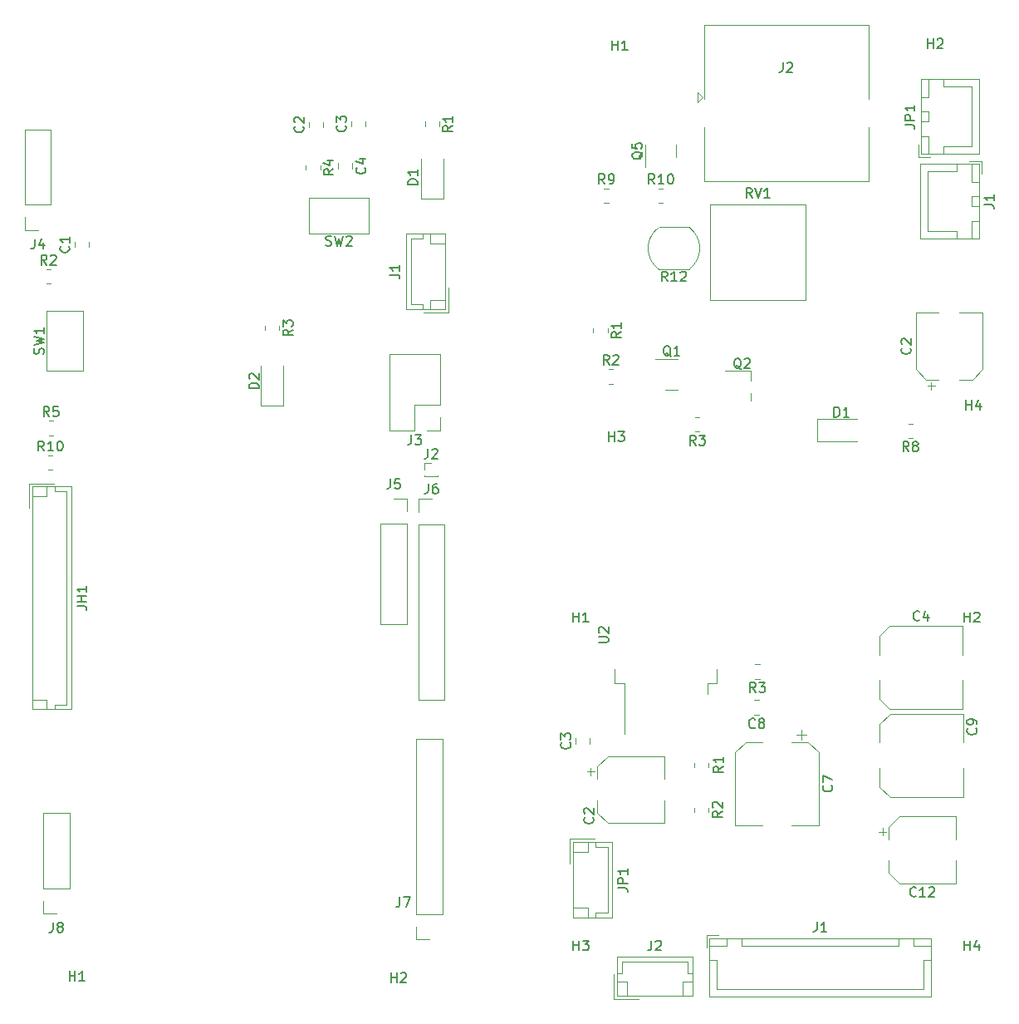
<source format=gbr>
%TF.GenerationSoftware,KiCad,Pcbnew,7.0.9*%
%TF.CreationDate,2023-11-13T19:29:17-05:00*%
%TF.ProjectId,SmartbikeALL,536d6172-7462-4696-9b65-414c4c2e6b69,rev?*%
%TF.SameCoordinates,Original*%
%TF.FileFunction,Legend,Top*%
%TF.FilePolarity,Positive*%
%FSLAX46Y46*%
G04 Gerber Fmt 4.6, Leading zero omitted, Abs format (unit mm)*
G04 Created by KiCad (PCBNEW 7.0.9) date 2023-11-13 19:29:17*
%MOMM*%
%LPD*%
G01*
G04 APERTURE LIST*
%ADD10C,0.150000*%
%ADD11C,0.120000*%
G04 APERTURE END LIST*
D10*
X207674819Y-36673333D02*
X208389104Y-36673333D01*
X208389104Y-36673333D02*
X208531961Y-36720952D01*
X208531961Y-36720952D02*
X208627200Y-36816190D01*
X208627200Y-36816190D02*
X208674819Y-36959047D01*
X208674819Y-36959047D02*
X208674819Y-37054285D01*
X208674819Y-35673333D02*
X208674819Y-36244761D01*
X208674819Y-35959047D02*
X207674819Y-35959047D01*
X207674819Y-35959047D02*
X207817676Y-36054285D01*
X207817676Y-36054285D02*
X207912914Y-36149523D01*
X207912914Y-36149523D02*
X207960533Y-36244761D01*
X183999761Y-35989819D02*
X183666428Y-35513628D01*
X183428333Y-35989819D02*
X183428333Y-34989819D01*
X183428333Y-34989819D02*
X183809285Y-34989819D01*
X183809285Y-34989819D02*
X183904523Y-35037438D01*
X183904523Y-35037438D02*
X183952142Y-35085057D01*
X183952142Y-35085057D02*
X183999761Y-35180295D01*
X183999761Y-35180295D02*
X183999761Y-35323152D01*
X183999761Y-35323152D02*
X183952142Y-35418390D01*
X183952142Y-35418390D02*
X183904523Y-35466009D01*
X183904523Y-35466009D02*
X183809285Y-35513628D01*
X183809285Y-35513628D02*
X183428333Y-35513628D01*
X184285476Y-34989819D02*
X184618809Y-35989819D01*
X184618809Y-35989819D02*
X184952142Y-34989819D01*
X185809285Y-35989819D02*
X185237857Y-35989819D01*
X185523571Y-35989819D02*
X185523571Y-34989819D01*
X185523571Y-34989819D02*
X185428333Y-35132676D01*
X185428333Y-35132676D02*
X185333095Y-35227914D01*
X185333095Y-35227914D02*
X185237857Y-35275533D01*
X205798095Y-57584819D02*
X205798095Y-56584819D01*
X205798095Y-57061009D02*
X206369523Y-57061009D01*
X206369523Y-57584819D02*
X206369523Y-56584819D01*
X207274285Y-56918152D02*
X207274285Y-57584819D01*
X207036190Y-56537200D02*
X206798095Y-57251485D01*
X206798095Y-57251485D02*
X207417142Y-57251485D01*
X182894761Y-53430057D02*
X182799523Y-53382438D01*
X182799523Y-53382438D02*
X182704285Y-53287200D01*
X182704285Y-53287200D02*
X182561428Y-53144342D01*
X182561428Y-53144342D02*
X182466190Y-53096723D01*
X182466190Y-53096723D02*
X182370952Y-53096723D01*
X182418571Y-53334819D02*
X182323333Y-53287200D01*
X182323333Y-53287200D02*
X182228095Y-53191961D01*
X182228095Y-53191961D02*
X182180476Y-53001485D01*
X182180476Y-53001485D02*
X182180476Y-52668152D01*
X182180476Y-52668152D02*
X182228095Y-52477676D01*
X182228095Y-52477676D02*
X182323333Y-52382438D01*
X182323333Y-52382438D02*
X182418571Y-52334819D01*
X182418571Y-52334819D02*
X182609047Y-52334819D01*
X182609047Y-52334819D02*
X182704285Y-52382438D01*
X182704285Y-52382438D02*
X182799523Y-52477676D01*
X182799523Y-52477676D02*
X182847142Y-52668152D01*
X182847142Y-52668152D02*
X182847142Y-53001485D01*
X182847142Y-53001485D02*
X182799523Y-53191961D01*
X182799523Y-53191961D02*
X182704285Y-53287200D01*
X182704285Y-53287200D02*
X182609047Y-53334819D01*
X182609047Y-53334819D02*
X182418571Y-53334819D01*
X183228095Y-52430057D02*
X183275714Y-52382438D01*
X183275714Y-52382438D02*
X183370952Y-52334819D01*
X183370952Y-52334819D02*
X183609047Y-52334819D01*
X183609047Y-52334819D02*
X183704285Y-52382438D01*
X183704285Y-52382438D02*
X183751904Y-52430057D01*
X183751904Y-52430057D02*
X183799523Y-52525295D01*
X183799523Y-52525295D02*
X183799523Y-52620533D01*
X183799523Y-52620533D02*
X183751904Y-52763390D01*
X183751904Y-52763390D02*
X183180476Y-53334819D01*
X183180476Y-53334819D02*
X183799523Y-53334819D01*
X175377142Y-44484819D02*
X175043809Y-44008628D01*
X174805714Y-44484819D02*
X174805714Y-43484819D01*
X174805714Y-43484819D02*
X175186666Y-43484819D01*
X175186666Y-43484819D02*
X175281904Y-43532438D01*
X175281904Y-43532438D02*
X175329523Y-43580057D01*
X175329523Y-43580057D02*
X175377142Y-43675295D01*
X175377142Y-43675295D02*
X175377142Y-43818152D01*
X175377142Y-43818152D02*
X175329523Y-43913390D01*
X175329523Y-43913390D02*
X175281904Y-43961009D01*
X175281904Y-43961009D02*
X175186666Y-44008628D01*
X175186666Y-44008628D02*
X174805714Y-44008628D01*
X176329523Y-44484819D02*
X175758095Y-44484819D01*
X176043809Y-44484819D02*
X176043809Y-43484819D01*
X176043809Y-43484819D02*
X175948571Y-43627676D01*
X175948571Y-43627676D02*
X175853333Y-43722914D01*
X175853333Y-43722914D02*
X175758095Y-43770533D01*
X176710476Y-43580057D02*
X176758095Y-43532438D01*
X176758095Y-43532438D02*
X176853333Y-43484819D01*
X176853333Y-43484819D02*
X177091428Y-43484819D01*
X177091428Y-43484819D02*
X177186666Y-43532438D01*
X177186666Y-43532438D02*
X177234285Y-43580057D01*
X177234285Y-43580057D02*
X177281904Y-43675295D01*
X177281904Y-43675295D02*
X177281904Y-43770533D01*
X177281904Y-43770533D02*
X177234285Y-43913390D01*
X177234285Y-43913390D02*
X176662857Y-44484819D01*
X176662857Y-44484819D02*
X177281904Y-44484819D01*
X168983333Y-34564819D02*
X168650000Y-34088628D01*
X168411905Y-34564819D02*
X168411905Y-33564819D01*
X168411905Y-33564819D02*
X168792857Y-33564819D01*
X168792857Y-33564819D02*
X168888095Y-33612438D01*
X168888095Y-33612438D02*
X168935714Y-33660057D01*
X168935714Y-33660057D02*
X168983333Y-33755295D01*
X168983333Y-33755295D02*
X168983333Y-33898152D01*
X168983333Y-33898152D02*
X168935714Y-33993390D01*
X168935714Y-33993390D02*
X168888095Y-34041009D01*
X168888095Y-34041009D02*
X168792857Y-34088628D01*
X168792857Y-34088628D02*
X168411905Y-34088628D01*
X169459524Y-34564819D02*
X169650000Y-34564819D01*
X169650000Y-34564819D02*
X169745238Y-34517200D01*
X169745238Y-34517200D02*
X169792857Y-34469580D01*
X169792857Y-34469580D02*
X169888095Y-34326723D01*
X169888095Y-34326723D02*
X169935714Y-34136247D01*
X169935714Y-34136247D02*
X169935714Y-33755295D01*
X169935714Y-33755295D02*
X169888095Y-33660057D01*
X169888095Y-33660057D02*
X169840476Y-33612438D01*
X169840476Y-33612438D02*
X169745238Y-33564819D01*
X169745238Y-33564819D02*
X169554762Y-33564819D01*
X169554762Y-33564819D02*
X169459524Y-33612438D01*
X169459524Y-33612438D02*
X169411905Y-33660057D01*
X169411905Y-33660057D02*
X169364286Y-33755295D01*
X169364286Y-33755295D02*
X169364286Y-33993390D01*
X169364286Y-33993390D02*
X169411905Y-34088628D01*
X169411905Y-34088628D02*
X169459524Y-34136247D01*
X169459524Y-34136247D02*
X169554762Y-34183866D01*
X169554762Y-34183866D02*
X169745238Y-34183866D01*
X169745238Y-34183866D02*
X169840476Y-34136247D01*
X169840476Y-34136247D02*
X169888095Y-34088628D01*
X169888095Y-34088628D02*
X169935714Y-33993390D01*
X178253333Y-61174819D02*
X177920000Y-60698628D01*
X177681905Y-61174819D02*
X177681905Y-60174819D01*
X177681905Y-60174819D02*
X178062857Y-60174819D01*
X178062857Y-60174819D02*
X178158095Y-60222438D01*
X178158095Y-60222438D02*
X178205714Y-60270057D01*
X178205714Y-60270057D02*
X178253333Y-60365295D01*
X178253333Y-60365295D02*
X178253333Y-60508152D01*
X178253333Y-60508152D02*
X178205714Y-60603390D01*
X178205714Y-60603390D02*
X178158095Y-60651009D01*
X178158095Y-60651009D02*
X178062857Y-60698628D01*
X178062857Y-60698628D02*
X177681905Y-60698628D01*
X178586667Y-60174819D02*
X179205714Y-60174819D01*
X179205714Y-60174819D02*
X178872381Y-60555771D01*
X178872381Y-60555771D02*
X179015238Y-60555771D01*
X179015238Y-60555771D02*
X179110476Y-60603390D01*
X179110476Y-60603390D02*
X179158095Y-60651009D01*
X179158095Y-60651009D02*
X179205714Y-60746247D01*
X179205714Y-60746247D02*
X179205714Y-60984342D01*
X179205714Y-60984342D02*
X179158095Y-61079580D01*
X179158095Y-61079580D02*
X179110476Y-61127200D01*
X179110476Y-61127200D02*
X179015238Y-61174819D01*
X179015238Y-61174819D02*
X178729524Y-61174819D01*
X178729524Y-61174819D02*
X178634286Y-61127200D01*
X178634286Y-61127200D02*
X178586667Y-61079580D01*
X172850057Y-31305238D02*
X172802438Y-31400476D01*
X172802438Y-31400476D02*
X172707200Y-31495714D01*
X172707200Y-31495714D02*
X172564342Y-31638571D01*
X172564342Y-31638571D02*
X172516723Y-31733809D01*
X172516723Y-31733809D02*
X172516723Y-31829047D01*
X172754819Y-31781428D02*
X172707200Y-31876666D01*
X172707200Y-31876666D02*
X172611961Y-31971904D01*
X172611961Y-31971904D02*
X172421485Y-32019523D01*
X172421485Y-32019523D02*
X172088152Y-32019523D01*
X172088152Y-32019523D02*
X171897676Y-31971904D01*
X171897676Y-31971904D02*
X171802438Y-31876666D01*
X171802438Y-31876666D02*
X171754819Y-31781428D01*
X171754819Y-31781428D02*
X171754819Y-31590952D01*
X171754819Y-31590952D02*
X171802438Y-31495714D01*
X171802438Y-31495714D02*
X171897676Y-31400476D01*
X171897676Y-31400476D02*
X172088152Y-31352857D01*
X172088152Y-31352857D02*
X172421485Y-31352857D01*
X172421485Y-31352857D02*
X172611961Y-31400476D01*
X172611961Y-31400476D02*
X172707200Y-31495714D01*
X172707200Y-31495714D02*
X172754819Y-31590952D01*
X172754819Y-31590952D02*
X172754819Y-31781428D01*
X171754819Y-30448095D02*
X171754819Y-30924285D01*
X171754819Y-30924285D02*
X172231009Y-30971904D01*
X172231009Y-30971904D02*
X172183390Y-30924285D01*
X172183390Y-30924285D02*
X172135771Y-30829047D01*
X172135771Y-30829047D02*
X172135771Y-30590952D01*
X172135771Y-30590952D02*
X172183390Y-30495714D01*
X172183390Y-30495714D02*
X172231009Y-30448095D01*
X172231009Y-30448095D02*
X172326247Y-30400476D01*
X172326247Y-30400476D02*
X172564342Y-30400476D01*
X172564342Y-30400476D02*
X172659580Y-30448095D01*
X172659580Y-30448095D02*
X172707200Y-30495714D01*
X172707200Y-30495714D02*
X172754819Y-30590952D01*
X172754819Y-30590952D02*
X172754819Y-30829047D01*
X172754819Y-30829047D02*
X172707200Y-30924285D01*
X172707200Y-30924285D02*
X172659580Y-30971904D01*
X174057142Y-34564819D02*
X173723809Y-34088628D01*
X173485714Y-34564819D02*
X173485714Y-33564819D01*
X173485714Y-33564819D02*
X173866666Y-33564819D01*
X173866666Y-33564819D02*
X173961904Y-33612438D01*
X173961904Y-33612438D02*
X174009523Y-33660057D01*
X174009523Y-33660057D02*
X174057142Y-33755295D01*
X174057142Y-33755295D02*
X174057142Y-33898152D01*
X174057142Y-33898152D02*
X174009523Y-33993390D01*
X174009523Y-33993390D02*
X173961904Y-34041009D01*
X173961904Y-34041009D02*
X173866666Y-34088628D01*
X173866666Y-34088628D02*
X173485714Y-34088628D01*
X175009523Y-34564819D02*
X174438095Y-34564819D01*
X174723809Y-34564819D02*
X174723809Y-33564819D01*
X174723809Y-33564819D02*
X174628571Y-33707676D01*
X174628571Y-33707676D02*
X174533333Y-33802914D01*
X174533333Y-33802914D02*
X174438095Y-33850533D01*
X175628571Y-33564819D02*
X175723809Y-33564819D01*
X175723809Y-33564819D02*
X175819047Y-33612438D01*
X175819047Y-33612438D02*
X175866666Y-33660057D01*
X175866666Y-33660057D02*
X175914285Y-33755295D01*
X175914285Y-33755295D02*
X175961904Y-33945771D01*
X175961904Y-33945771D02*
X175961904Y-34183866D01*
X175961904Y-34183866D02*
X175914285Y-34374342D01*
X175914285Y-34374342D02*
X175866666Y-34469580D01*
X175866666Y-34469580D02*
X175819047Y-34517200D01*
X175819047Y-34517200D02*
X175723809Y-34564819D01*
X175723809Y-34564819D02*
X175628571Y-34564819D01*
X175628571Y-34564819D02*
X175533333Y-34517200D01*
X175533333Y-34517200D02*
X175485714Y-34469580D01*
X175485714Y-34469580D02*
X175438095Y-34374342D01*
X175438095Y-34374342D02*
X175390476Y-34183866D01*
X175390476Y-34183866D02*
X175390476Y-33945771D01*
X175390476Y-33945771D02*
X175438095Y-33755295D01*
X175438095Y-33755295D02*
X175485714Y-33660057D01*
X175485714Y-33660057D02*
X175533333Y-33612438D01*
X175533333Y-33612438D02*
X175628571Y-33564819D01*
X169433333Y-52984819D02*
X169100000Y-52508628D01*
X168861905Y-52984819D02*
X168861905Y-51984819D01*
X168861905Y-51984819D02*
X169242857Y-51984819D01*
X169242857Y-51984819D02*
X169338095Y-52032438D01*
X169338095Y-52032438D02*
X169385714Y-52080057D01*
X169385714Y-52080057D02*
X169433333Y-52175295D01*
X169433333Y-52175295D02*
X169433333Y-52318152D01*
X169433333Y-52318152D02*
X169385714Y-52413390D01*
X169385714Y-52413390D02*
X169338095Y-52461009D01*
X169338095Y-52461009D02*
X169242857Y-52508628D01*
X169242857Y-52508628D02*
X168861905Y-52508628D01*
X169814286Y-52080057D02*
X169861905Y-52032438D01*
X169861905Y-52032438D02*
X169957143Y-51984819D01*
X169957143Y-51984819D02*
X170195238Y-51984819D01*
X170195238Y-51984819D02*
X170290476Y-52032438D01*
X170290476Y-52032438D02*
X170338095Y-52080057D01*
X170338095Y-52080057D02*
X170385714Y-52175295D01*
X170385714Y-52175295D02*
X170385714Y-52270533D01*
X170385714Y-52270533D02*
X170338095Y-52413390D01*
X170338095Y-52413390D02*
X169766667Y-52984819D01*
X169766667Y-52984819D02*
X170385714Y-52984819D01*
X187128666Y-22184819D02*
X187128666Y-22899104D01*
X187128666Y-22899104D02*
X187081047Y-23041961D01*
X187081047Y-23041961D02*
X186985809Y-23137200D01*
X186985809Y-23137200D02*
X186842952Y-23184819D01*
X186842952Y-23184819D02*
X186747714Y-23184819D01*
X187557238Y-22280057D02*
X187604857Y-22232438D01*
X187604857Y-22232438D02*
X187700095Y-22184819D01*
X187700095Y-22184819D02*
X187938190Y-22184819D01*
X187938190Y-22184819D02*
X188033428Y-22232438D01*
X188033428Y-22232438D02*
X188081047Y-22280057D01*
X188081047Y-22280057D02*
X188128666Y-22375295D01*
X188128666Y-22375295D02*
X188128666Y-22470533D01*
X188128666Y-22470533D02*
X188081047Y-22613390D01*
X188081047Y-22613390D02*
X187509619Y-23184819D01*
X187509619Y-23184819D02*
X188128666Y-23184819D01*
X201888095Y-20764819D02*
X201888095Y-19764819D01*
X201888095Y-20241009D02*
X202459523Y-20241009D01*
X202459523Y-20764819D02*
X202459523Y-19764819D01*
X202888095Y-19860057D02*
X202935714Y-19812438D01*
X202935714Y-19812438D02*
X203030952Y-19764819D01*
X203030952Y-19764819D02*
X203269047Y-19764819D01*
X203269047Y-19764819D02*
X203364285Y-19812438D01*
X203364285Y-19812438D02*
X203411904Y-19860057D01*
X203411904Y-19860057D02*
X203459523Y-19955295D01*
X203459523Y-19955295D02*
X203459523Y-20050533D01*
X203459523Y-20050533D02*
X203411904Y-20193390D01*
X203411904Y-20193390D02*
X202840476Y-20764819D01*
X202840476Y-20764819D02*
X203459523Y-20764819D01*
X175712261Y-52150057D02*
X175617023Y-52102438D01*
X175617023Y-52102438D02*
X175521785Y-52007200D01*
X175521785Y-52007200D02*
X175378928Y-51864342D01*
X175378928Y-51864342D02*
X175283690Y-51816723D01*
X175283690Y-51816723D02*
X175188452Y-51816723D01*
X175236071Y-52054819D02*
X175140833Y-52007200D01*
X175140833Y-52007200D02*
X175045595Y-51911961D01*
X175045595Y-51911961D02*
X174997976Y-51721485D01*
X174997976Y-51721485D02*
X174997976Y-51388152D01*
X174997976Y-51388152D02*
X175045595Y-51197676D01*
X175045595Y-51197676D02*
X175140833Y-51102438D01*
X175140833Y-51102438D02*
X175236071Y-51054819D01*
X175236071Y-51054819D02*
X175426547Y-51054819D01*
X175426547Y-51054819D02*
X175521785Y-51102438D01*
X175521785Y-51102438D02*
X175617023Y-51197676D01*
X175617023Y-51197676D02*
X175664642Y-51388152D01*
X175664642Y-51388152D02*
X175664642Y-51721485D01*
X175664642Y-51721485D02*
X175617023Y-51911961D01*
X175617023Y-51911961D02*
X175521785Y-52007200D01*
X175521785Y-52007200D02*
X175426547Y-52054819D01*
X175426547Y-52054819D02*
X175236071Y-52054819D01*
X176617023Y-52054819D02*
X176045595Y-52054819D01*
X176331309Y-52054819D02*
X176331309Y-51054819D01*
X176331309Y-51054819D02*
X176236071Y-51197676D01*
X176236071Y-51197676D02*
X176140833Y-51292914D01*
X176140833Y-51292914D02*
X176045595Y-51340533D01*
X192364405Y-58294819D02*
X192364405Y-57294819D01*
X192364405Y-57294819D02*
X192602500Y-57294819D01*
X192602500Y-57294819D02*
X192745357Y-57342438D01*
X192745357Y-57342438D02*
X192840595Y-57437676D01*
X192840595Y-57437676D02*
X192888214Y-57532914D01*
X192888214Y-57532914D02*
X192935833Y-57723390D01*
X192935833Y-57723390D02*
X192935833Y-57866247D01*
X192935833Y-57866247D02*
X192888214Y-58056723D01*
X192888214Y-58056723D02*
X192840595Y-58151961D01*
X192840595Y-58151961D02*
X192745357Y-58247200D01*
X192745357Y-58247200D02*
X192602500Y-58294819D01*
X192602500Y-58294819D02*
X192364405Y-58294819D01*
X193888214Y-58294819D02*
X193316786Y-58294819D01*
X193602500Y-58294819D02*
X193602500Y-57294819D01*
X193602500Y-57294819D02*
X193507262Y-57437676D01*
X193507262Y-57437676D02*
X193412024Y-57532914D01*
X193412024Y-57532914D02*
X193316786Y-57580533D01*
X199983333Y-61814819D02*
X199650000Y-61338628D01*
X199411905Y-61814819D02*
X199411905Y-60814819D01*
X199411905Y-60814819D02*
X199792857Y-60814819D01*
X199792857Y-60814819D02*
X199888095Y-60862438D01*
X199888095Y-60862438D02*
X199935714Y-60910057D01*
X199935714Y-60910057D02*
X199983333Y-61005295D01*
X199983333Y-61005295D02*
X199983333Y-61148152D01*
X199983333Y-61148152D02*
X199935714Y-61243390D01*
X199935714Y-61243390D02*
X199888095Y-61291009D01*
X199888095Y-61291009D02*
X199792857Y-61338628D01*
X199792857Y-61338628D02*
X199411905Y-61338628D01*
X200554762Y-61243390D02*
X200459524Y-61195771D01*
X200459524Y-61195771D02*
X200411905Y-61148152D01*
X200411905Y-61148152D02*
X200364286Y-61052914D01*
X200364286Y-61052914D02*
X200364286Y-61005295D01*
X200364286Y-61005295D02*
X200411905Y-60910057D01*
X200411905Y-60910057D02*
X200459524Y-60862438D01*
X200459524Y-60862438D02*
X200554762Y-60814819D01*
X200554762Y-60814819D02*
X200745238Y-60814819D01*
X200745238Y-60814819D02*
X200840476Y-60862438D01*
X200840476Y-60862438D02*
X200888095Y-60910057D01*
X200888095Y-60910057D02*
X200935714Y-61005295D01*
X200935714Y-61005295D02*
X200935714Y-61052914D01*
X200935714Y-61052914D02*
X200888095Y-61148152D01*
X200888095Y-61148152D02*
X200840476Y-61195771D01*
X200840476Y-61195771D02*
X200745238Y-61243390D01*
X200745238Y-61243390D02*
X200554762Y-61243390D01*
X200554762Y-61243390D02*
X200459524Y-61291009D01*
X200459524Y-61291009D02*
X200411905Y-61338628D01*
X200411905Y-61338628D02*
X200364286Y-61433866D01*
X200364286Y-61433866D02*
X200364286Y-61624342D01*
X200364286Y-61624342D02*
X200411905Y-61719580D01*
X200411905Y-61719580D02*
X200459524Y-61767200D01*
X200459524Y-61767200D02*
X200554762Y-61814819D01*
X200554762Y-61814819D02*
X200745238Y-61814819D01*
X200745238Y-61814819D02*
X200840476Y-61767200D01*
X200840476Y-61767200D02*
X200888095Y-61719580D01*
X200888095Y-61719580D02*
X200935714Y-61624342D01*
X200935714Y-61624342D02*
X200935714Y-61433866D01*
X200935714Y-61433866D02*
X200888095Y-61338628D01*
X200888095Y-61338628D02*
X200840476Y-61291009D01*
X200840476Y-61291009D02*
X200745238Y-61243390D01*
X170644819Y-49656666D02*
X170168628Y-49989999D01*
X170644819Y-50228094D02*
X169644819Y-50228094D01*
X169644819Y-50228094D02*
X169644819Y-49847142D01*
X169644819Y-49847142D02*
X169692438Y-49751904D01*
X169692438Y-49751904D02*
X169740057Y-49704285D01*
X169740057Y-49704285D02*
X169835295Y-49656666D01*
X169835295Y-49656666D02*
X169978152Y-49656666D01*
X169978152Y-49656666D02*
X170073390Y-49704285D01*
X170073390Y-49704285D02*
X170121009Y-49751904D01*
X170121009Y-49751904D02*
X170168628Y-49847142D01*
X170168628Y-49847142D02*
X170168628Y-50228094D01*
X170644819Y-48704285D02*
X170644819Y-49275713D01*
X170644819Y-48989999D02*
X169644819Y-48989999D01*
X169644819Y-48989999D02*
X169787676Y-49085237D01*
X169787676Y-49085237D02*
X169882914Y-49180475D01*
X169882914Y-49180475D02*
X169930533Y-49275713D01*
X169748095Y-20954819D02*
X169748095Y-19954819D01*
X169748095Y-20431009D02*
X170319523Y-20431009D01*
X170319523Y-20954819D02*
X170319523Y-19954819D01*
X171319523Y-20954819D02*
X170748095Y-20954819D01*
X171033809Y-20954819D02*
X171033809Y-19954819D01*
X171033809Y-19954819D02*
X170938571Y-20097676D01*
X170938571Y-20097676D02*
X170843333Y-20192914D01*
X170843333Y-20192914D02*
X170748095Y-20240533D01*
X200109580Y-51276666D02*
X200157200Y-51324285D01*
X200157200Y-51324285D02*
X200204819Y-51467142D01*
X200204819Y-51467142D02*
X200204819Y-51562380D01*
X200204819Y-51562380D02*
X200157200Y-51705237D01*
X200157200Y-51705237D02*
X200061961Y-51800475D01*
X200061961Y-51800475D02*
X199966723Y-51848094D01*
X199966723Y-51848094D02*
X199776247Y-51895713D01*
X199776247Y-51895713D02*
X199633390Y-51895713D01*
X199633390Y-51895713D02*
X199442914Y-51848094D01*
X199442914Y-51848094D02*
X199347676Y-51800475D01*
X199347676Y-51800475D02*
X199252438Y-51705237D01*
X199252438Y-51705237D02*
X199204819Y-51562380D01*
X199204819Y-51562380D02*
X199204819Y-51467142D01*
X199204819Y-51467142D02*
X199252438Y-51324285D01*
X199252438Y-51324285D02*
X199300057Y-51276666D01*
X199300057Y-50895713D02*
X199252438Y-50848094D01*
X199252438Y-50848094D02*
X199204819Y-50752856D01*
X199204819Y-50752856D02*
X199204819Y-50514761D01*
X199204819Y-50514761D02*
X199252438Y-50419523D01*
X199252438Y-50419523D02*
X199300057Y-50371904D01*
X199300057Y-50371904D02*
X199395295Y-50324285D01*
X199395295Y-50324285D02*
X199490533Y-50324285D01*
X199490533Y-50324285D02*
X199633390Y-50371904D01*
X199633390Y-50371904D02*
X200204819Y-50943332D01*
X200204819Y-50943332D02*
X200204819Y-50324285D01*
X199584819Y-28543333D02*
X200299104Y-28543333D01*
X200299104Y-28543333D02*
X200441961Y-28590952D01*
X200441961Y-28590952D02*
X200537200Y-28686190D01*
X200537200Y-28686190D02*
X200584819Y-28829047D01*
X200584819Y-28829047D02*
X200584819Y-28924285D01*
X200584819Y-28067142D02*
X199584819Y-28067142D01*
X199584819Y-28067142D02*
X199584819Y-27686190D01*
X199584819Y-27686190D02*
X199632438Y-27590952D01*
X199632438Y-27590952D02*
X199680057Y-27543333D01*
X199680057Y-27543333D02*
X199775295Y-27495714D01*
X199775295Y-27495714D02*
X199918152Y-27495714D01*
X199918152Y-27495714D02*
X200013390Y-27543333D01*
X200013390Y-27543333D02*
X200061009Y-27590952D01*
X200061009Y-27590952D02*
X200108628Y-27686190D01*
X200108628Y-27686190D02*
X200108628Y-28067142D01*
X200584819Y-26543333D02*
X200584819Y-27114761D01*
X200584819Y-26829047D02*
X199584819Y-26829047D01*
X199584819Y-26829047D02*
X199727676Y-26924285D01*
X199727676Y-26924285D02*
X199822914Y-27019523D01*
X199822914Y-27019523D02*
X199870533Y-27114761D01*
X169398095Y-60774819D02*
X169398095Y-59774819D01*
X169398095Y-60251009D02*
X169969523Y-60251009D01*
X169969523Y-60774819D02*
X169969523Y-59774819D01*
X170350476Y-59774819D02*
X170969523Y-59774819D01*
X170969523Y-59774819D02*
X170636190Y-60155771D01*
X170636190Y-60155771D02*
X170779047Y-60155771D01*
X170779047Y-60155771D02*
X170874285Y-60203390D01*
X170874285Y-60203390D02*
X170921904Y-60251009D01*
X170921904Y-60251009D02*
X170969523Y-60346247D01*
X170969523Y-60346247D02*
X170969523Y-60584342D01*
X170969523Y-60584342D02*
X170921904Y-60679580D01*
X170921904Y-60679580D02*
X170874285Y-60727200D01*
X170874285Y-60727200D02*
X170779047Y-60774819D01*
X170779047Y-60774819D02*
X170493333Y-60774819D01*
X170493333Y-60774819D02*
X170398095Y-60727200D01*
X170398095Y-60727200D02*
X170350476Y-60679580D01*
X200711542Y-107091580D02*
X200663923Y-107139200D01*
X200663923Y-107139200D02*
X200521066Y-107186819D01*
X200521066Y-107186819D02*
X200425828Y-107186819D01*
X200425828Y-107186819D02*
X200282971Y-107139200D01*
X200282971Y-107139200D02*
X200187733Y-107043961D01*
X200187733Y-107043961D02*
X200140114Y-106948723D01*
X200140114Y-106948723D02*
X200092495Y-106758247D01*
X200092495Y-106758247D02*
X200092495Y-106615390D01*
X200092495Y-106615390D02*
X200140114Y-106424914D01*
X200140114Y-106424914D02*
X200187733Y-106329676D01*
X200187733Y-106329676D02*
X200282971Y-106234438D01*
X200282971Y-106234438D02*
X200425828Y-106186819D01*
X200425828Y-106186819D02*
X200521066Y-106186819D01*
X200521066Y-106186819D02*
X200663923Y-106234438D01*
X200663923Y-106234438D02*
X200711542Y-106282057D01*
X201663923Y-107186819D02*
X201092495Y-107186819D01*
X201378209Y-107186819D02*
X201378209Y-106186819D01*
X201378209Y-106186819D02*
X201282971Y-106329676D01*
X201282971Y-106329676D02*
X201187733Y-106424914D01*
X201187733Y-106424914D02*
X201092495Y-106472533D01*
X202044876Y-106282057D02*
X202092495Y-106234438D01*
X202092495Y-106234438D02*
X202187733Y-106186819D01*
X202187733Y-106186819D02*
X202425828Y-106186819D01*
X202425828Y-106186819D02*
X202521066Y-106234438D01*
X202521066Y-106234438D02*
X202568685Y-106282057D01*
X202568685Y-106282057D02*
X202616304Y-106377295D01*
X202616304Y-106377295D02*
X202616304Y-106472533D01*
X202616304Y-106472533D02*
X202568685Y-106615390D01*
X202568685Y-106615390D02*
X201997257Y-107186819D01*
X201997257Y-107186819D02*
X202616304Y-107186819D01*
X190605466Y-109748819D02*
X190605466Y-110463104D01*
X190605466Y-110463104D02*
X190557847Y-110605961D01*
X190557847Y-110605961D02*
X190462609Y-110701200D01*
X190462609Y-110701200D02*
X190319752Y-110748819D01*
X190319752Y-110748819D02*
X190224514Y-110748819D01*
X191605466Y-110748819D02*
X191034038Y-110748819D01*
X191319752Y-110748819D02*
X191319752Y-109748819D01*
X191319752Y-109748819D02*
X191224514Y-109891676D01*
X191224514Y-109891676D02*
X191129276Y-109986914D01*
X191129276Y-109986914D02*
X191034038Y-110034533D01*
X165776095Y-112638819D02*
X165776095Y-111638819D01*
X165776095Y-112115009D02*
X166347523Y-112115009D01*
X166347523Y-112638819D02*
X166347523Y-111638819D01*
X166728476Y-111638819D02*
X167347523Y-111638819D01*
X167347523Y-111638819D02*
X167014190Y-112019771D01*
X167014190Y-112019771D02*
X167157047Y-112019771D01*
X167157047Y-112019771D02*
X167252285Y-112067390D01*
X167252285Y-112067390D02*
X167299904Y-112115009D01*
X167299904Y-112115009D02*
X167347523Y-112210247D01*
X167347523Y-112210247D02*
X167347523Y-112448342D01*
X167347523Y-112448342D02*
X167299904Y-112543580D01*
X167299904Y-112543580D02*
X167252285Y-112591200D01*
X167252285Y-112591200D02*
X167157047Y-112638819D01*
X167157047Y-112638819D02*
X166871333Y-112638819D01*
X166871333Y-112638819D02*
X166776095Y-112591200D01*
X166776095Y-112591200D02*
X166728476Y-112543580D01*
X167754180Y-99100866D02*
X167801800Y-99148485D01*
X167801800Y-99148485D02*
X167849419Y-99291342D01*
X167849419Y-99291342D02*
X167849419Y-99386580D01*
X167849419Y-99386580D02*
X167801800Y-99529437D01*
X167801800Y-99529437D02*
X167706561Y-99624675D01*
X167706561Y-99624675D02*
X167611323Y-99672294D01*
X167611323Y-99672294D02*
X167420847Y-99719913D01*
X167420847Y-99719913D02*
X167277990Y-99719913D01*
X167277990Y-99719913D02*
X167087514Y-99672294D01*
X167087514Y-99672294D02*
X166992276Y-99624675D01*
X166992276Y-99624675D02*
X166897038Y-99529437D01*
X166897038Y-99529437D02*
X166849419Y-99386580D01*
X166849419Y-99386580D02*
X166849419Y-99291342D01*
X166849419Y-99291342D02*
X166897038Y-99148485D01*
X166897038Y-99148485D02*
X166944657Y-99100866D01*
X166944657Y-98719913D02*
X166897038Y-98672294D01*
X166897038Y-98672294D02*
X166849419Y-98577056D01*
X166849419Y-98577056D02*
X166849419Y-98338961D01*
X166849419Y-98338961D02*
X166897038Y-98243723D01*
X166897038Y-98243723D02*
X166944657Y-98196104D01*
X166944657Y-98196104D02*
X167039895Y-98148485D01*
X167039895Y-98148485D02*
X167135133Y-98148485D01*
X167135133Y-98148485D02*
X167277990Y-98196104D01*
X167277990Y-98196104D02*
X167849419Y-98767532D01*
X167849419Y-98767532D02*
X167849419Y-98148485D01*
X201060733Y-78980780D02*
X201013114Y-79028400D01*
X201013114Y-79028400D02*
X200870257Y-79076019D01*
X200870257Y-79076019D02*
X200775019Y-79076019D01*
X200775019Y-79076019D02*
X200632162Y-79028400D01*
X200632162Y-79028400D02*
X200536924Y-78933161D01*
X200536924Y-78933161D02*
X200489305Y-78837923D01*
X200489305Y-78837923D02*
X200441686Y-78647447D01*
X200441686Y-78647447D02*
X200441686Y-78504590D01*
X200441686Y-78504590D02*
X200489305Y-78314114D01*
X200489305Y-78314114D02*
X200536924Y-78218876D01*
X200536924Y-78218876D02*
X200632162Y-78123638D01*
X200632162Y-78123638D02*
X200775019Y-78076019D01*
X200775019Y-78076019D02*
X200870257Y-78076019D01*
X200870257Y-78076019D02*
X201013114Y-78123638D01*
X201013114Y-78123638D02*
X201060733Y-78171257D01*
X201917876Y-78409352D02*
X201917876Y-79076019D01*
X201679781Y-78028400D02*
X201441686Y-78742685D01*
X201441686Y-78742685D02*
X202060733Y-78742685D01*
X170309819Y-106289933D02*
X171024104Y-106289933D01*
X171024104Y-106289933D02*
X171166961Y-106337552D01*
X171166961Y-106337552D02*
X171262200Y-106432790D01*
X171262200Y-106432790D02*
X171309819Y-106575647D01*
X171309819Y-106575647D02*
X171309819Y-106670885D01*
X171309819Y-105813742D02*
X170309819Y-105813742D01*
X170309819Y-105813742D02*
X170309819Y-105432790D01*
X170309819Y-105432790D02*
X170357438Y-105337552D01*
X170357438Y-105337552D02*
X170405057Y-105289933D01*
X170405057Y-105289933D02*
X170500295Y-105242314D01*
X170500295Y-105242314D02*
X170643152Y-105242314D01*
X170643152Y-105242314D02*
X170738390Y-105289933D01*
X170738390Y-105289933D02*
X170786009Y-105337552D01*
X170786009Y-105337552D02*
X170833628Y-105432790D01*
X170833628Y-105432790D02*
X170833628Y-105813742D01*
X171309819Y-104289933D02*
X171309819Y-104861361D01*
X171309819Y-104575647D02*
X170309819Y-104575647D01*
X170309819Y-104575647D02*
X170452676Y-104670885D01*
X170452676Y-104670885D02*
X170547914Y-104766123D01*
X170547914Y-104766123D02*
X170595533Y-104861361D01*
X205621695Y-79196019D02*
X205621695Y-78196019D01*
X205621695Y-78672209D02*
X206193123Y-78672209D01*
X206193123Y-79196019D02*
X206193123Y-78196019D01*
X206621695Y-78291257D02*
X206669314Y-78243638D01*
X206669314Y-78243638D02*
X206764552Y-78196019D01*
X206764552Y-78196019D02*
X207002647Y-78196019D01*
X207002647Y-78196019D02*
X207097885Y-78243638D01*
X207097885Y-78243638D02*
X207145504Y-78291257D01*
X207145504Y-78291257D02*
X207193123Y-78386495D01*
X207193123Y-78386495D02*
X207193123Y-78481733D01*
X207193123Y-78481733D02*
X207145504Y-78624590D01*
X207145504Y-78624590D02*
X206574076Y-79196019D01*
X206574076Y-79196019D02*
X207193123Y-79196019D01*
X173736066Y-111641819D02*
X173736066Y-112356104D01*
X173736066Y-112356104D02*
X173688447Y-112498961D01*
X173688447Y-112498961D02*
X173593209Y-112594200D01*
X173593209Y-112594200D02*
X173450352Y-112641819D01*
X173450352Y-112641819D02*
X173355114Y-112641819D01*
X174164638Y-111737057D02*
X174212257Y-111689438D01*
X174212257Y-111689438D02*
X174307495Y-111641819D01*
X174307495Y-111641819D02*
X174545590Y-111641819D01*
X174545590Y-111641819D02*
X174640828Y-111689438D01*
X174640828Y-111689438D02*
X174688447Y-111737057D01*
X174688447Y-111737057D02*
X174736066Y-111832295D01*
X174736066Y-111832295D02*
X174736066Y-111927533D01*
X174736066Y-111927533D02*
X174688447Y-112070390D01*
X174688447Y-112070390D02*
X174117019Y-112641819D01*
X174117019Y-112641819D02*
X174736066Y-112641819D01*
X192105780Y-95839766D02*
X192153400Y-95887385D01*
X192153400Y-95887385D02*
X192201019Y-96030242D01*
X192201019Y-96030242D02*
X192201019Y-96125480D01*
X192201019Y-96125480D02*
X192153400Y-96268337D01*
X192153400Y-96268337D02*
X192058161Y-96363575D01*
X192058161Y-96363575D02*
X191962923Y-96411194D01*
X191962923Y-96411194D02*
X191772447Y-96458813D01*
X191772447Y-96458813D02*
X191629590Y-96458813D01*
X191629590Y-96458813D02*
X191439114Y-96411194D01*
X191439114Y-96411194D02*
X191343876Y-96363575D01*
X191343876Y-96363575D02*
X191248638Y-96268337D01*
X191248638Y-96268337D02*
X191201019Y-96125480D01*
X191201019Y-96125480D02*
X191201019Y-96030242D01*
X191201019Y-96030242D02*
X191248638Y-95887385D01*
X191248638Y-95887385D02*
X191296257Y-95839766D01*
X191201019Y-95506432D02*
X191201019Y-94839766D01*
X191201019Y-94839766D02*
X192201019Y-95268337D01*
X165413780Y-91480866D02*
X165461400Y-91528485D01*
X165461400Y-91528485D02*
X165509019Y-91671342D01*
X165509019Y-91671342D02*
X165509019Y-91766580D01*
X165509019Y-91766580D02*
X165461400Y-91909437D01*
X165461400Y-91909437D02*
X165366161Y-92004675D01*
X165366161Y-92004675D02*
X165270923Y-92052294D01*
X165270923Y-92052294D02*
X165080447Y-92099913D01*
X165080447Y-92099913D02*
X164937590Y-92099913D01*
X164937590Y-92099913D02*
X164747114Y-92052294D01*
X164747114Y-92052294D02*
X164651876Y-92004675D01*
X164651876Y-92004675D02*
X164556638Y-91909437D01*
X164556638Y-91909437D02*
X164509019Y-91766580D01*
X164509019Y-91766580D02*
X164509019Y-91671342D01*
X164509019Y-91671342D02*
X164556638Y-91528485D01*
X164556638Y-91528485D02*
X164604257Y-91480866D01*
X164509019Y-91147532D02*
X164509019Y-90528485D01*
X164509019Y-90528485D02*
X164889971Y-90861818D01*
X164889971Y-90861818D02*
X164889971Y-90718961D01*
X164889971Y-90718961D02*
X164937590Y-90623723D01*
X164937590Y-90623723D02*
X164985209Y-90576104D01*
X164985209Y-90576104D02*
X165080447Y-90528485D01*
X165080447Y-90528485D02*
X165318542Y-90528485D01*
X165318542Y-90528485D02*
X165413780Y-90576104D01*
X165413780Y-90576104D02*
X165461400Y-90623723D01*
X165461400Y-90623723D02*
X165509019Y-90718961D01*
X165509019Y-90718961D02*
X165509019Y-91004675D01*
X165509019Y-91004675D02*
X165461400Y-91099913D01*
X165461400Y-91099913D02*
X165413780Y-91147532D01*
X184296733Y-89924780D02*
X184249114Y-89972400D01*
X184249114Y-89972400D02*
X184106257Y-90020019D01*
X184106257Y-90020019D02*
X184011019Y-90020019D01*
X184011019Y-90020019D02*
X183868162Y-89972400D01*
X183868162Y-89972400D02*
X183772924Y-89877161D01*
X183772924Y-89877161D02*
X183725305Y-89781923D01*
X183725305Y-89781923D02*
X183677686Y-89591447D01*
X183677686Y-89591447D02*
X183677686Y-89448590D01*
X183677686Y-89448590D02*
X183725305Y-89258114D01*
X183725305Y-89258114D02*
X183772924Y-89162876D01*
X183772924Y-89162876D02*
X183868162Y-89067638D01*
X183868162Y-89067638D02*
X184011019Y-89020019D01*
X184011019Y-89020019D02*
X184106257Y-89020019D01*
X184106257Y-89020019D02*
X184249114Y-89067638D01*
X184249114Y-89067638D02*
X184296733Y-89115257D01*
X184868162Y-89448590D02*
X184772924Y-89400971D01*
X184772924Y-89400971D02*
X184725305Y-89353352D01*
X184725305Y-89353352D02*
X184677686Y-89258114D01*
X184677686Y-89258114D02*
X184677686Y-89210495D01*
X184677686Y-89210495D02*
X184725305Y-89115257D01*
X184725305Y-89115257D02*
X184772924Y-89067638D01*
X184772924Y-89067638D02*
X184868162Y-89020019D01*
X184868162Y-89020019D02*
X185058638Y-89020019D01*
X185058638Y-89020019D02*
X185153876Y-89067638D01*
X185153876Y-89067638D02*
X185201495Y-89115257D01*
X185201495Y-89115257D02*
X185249114Y-89210495D01*
X185249114Y-89210495D02*
X185249114Y-89258114D01*
X185249114Y-89258114D02*
X185201495Y-89353352D01*
X185201495Y-89353352D02*
X185153876Y-89400971D01*
X185153876Y-89400971D02*
X185058638Y-89448590D01*
X185058638Y-89448590D02*
X184868162Y-89448590D01*
X184868162Y-89448590D02*
X184772924Y-89496209D01*
X184772924Y-89496209D02*
X184725305Y-89543828D01*
X184725305Y-89543828D02*
X184677686Y-89639066D01*
X184677686Y-89639066D02*
X184677686Y-89829542D01*
X184677686Y-89829542D02*
X184725305Y-89924780D01*
X184725305Y-89924780D02*
X184772924Y-89972400D01*
X184772924Y-89972400D02*
X184868162Y-90020019D01*
X184868162Y-90020019D02*
X185058638Y-90020019D01*
X185058638Y-90020019D02*
X185153876Y-89972400D01*
X185153876Y-89972400D02*
X185201495Y-89924780D01*
X185201495Y-89924780D02*
X185249114Y-89829542D01*
X185249114Y-89829542D02*
X185249114Y-89639066D01*
X185249114Y-89639066D02*
X185201495Y-89543828D01*
X185201495Y-89543828D02*
X185153876Y-89496209D01*
X185153876Y-89496209D02*
X185058638Y-89448590D01*
X184372933Y-86357819D02*
X184039600Y-85881628D01*
X183801505Y-86357819D02*
X183801505Y-85357819D01*
X183801505Y-85357819D02*
X184182457Y-85357819D01*
X184182457Y-85357819D02*
X184277695Y-85405438D01*
X184277695Y-85405438D02*
X184325314Y-85453057D01*
X184325314Y-85453057D02*
X184372933Y-85548295D01*
X184372933Y-85548295D02*
X184372933Y-85691152D01*
X184372933Y-85691152D02*
X184325314Y-85786390D01*
X184325314Y-85786390D02*
X184277695Y-85834009D01*
X184277695Y-85834009D02*
X184182457Y-85881628D01*
X184182457Y-85881628D02*
X183801505Y-85881628D01*
X184706267Y-85357819D02*
X185325314Y-85357819D01*
X185325314Y-85357819D02*
X184991981Y-85738771D01*
X184991981Y-85738771D02*
X185134838Y-85738771D01*
X185134838Y-85738771D02*
X185230076Y-85786390D01*
X185230076Y-85786390D02*
X185277695Y-85834009D01*
X185277695Y-85834009D02*
X185325314Y-85929247D01*
X185325314Y-85929247D02*
X185325314Y-86167342D01*
X185325314Y-86167342D02*
X185277695Y-86262580D01*
X185277695Y-86262580D02*
X185230076Y-86310200D01*
X185230076Y-86310200D02*
X185134838Y-86357819D01*
X185134838Y-86357819D02*
X184849124Y-86357819D01*
X184849124Y-86357819D02*
X184753886Y-86310200D01*
X184753886Y-86310200D02*
X184706267Y-86262580D01*
X168348019Y-81281104D02*
X169157542Y-81281104D01*
X169157542Y-81281104D02*
X169252780Y-81233485D01*
X169252780Y-81233485D02*
X169300400Y-81185866D01*
X169300400Y-81185866D02*
X169348019Y-81090628D01*
X169348019Y-81090628D02*
X169348019Y-80900152D01*
X169348019Y-80900152D02*
X169300400Y-80804914D01*
X169300400Y-80804914D02*
X169252780Y-80757295D01*
X169252780Y-80757295D02*
X169157542Y-80709676D01*
X169157542Y-80709676D02*
X168348019Y-80709676D01*
X168443257Y-80281104D02*
X168395638Y-80233485D01*
X168395638Y-80233485D02*
X168348019Y-80138247D01*
X168348019Y-80138247D02*
X168348019Y-79900152D01*
X168348019Y-79900152D02*
X168395638Y-79804914D01*
X168395638Y-79804914D02*
X168443257Y-79757295D01*
X168443257Y-79757295D02*
X168538495Y-79709676D01*
X168538495Y-79709676D02*
X168633733Y-79709676D01*
X168633733Y-79709676D02*
X168776590Y-79757295D01*
X168776590Y-79757295D02*
X169348019Y-80328723D01*
X169348019Y-80328723D02*
X169348019Y-79709676D01*
X181032019Y-93893866D02*
X180555828Y-94227199D01*
X181032019Y-94465294D02*
X180032019Y-94465294D01*
X180032019Y-94465294D02*
X180032019Y-94084342D01*
X180032019Y-94084342D02*
X180079638Y-93989104D01*
X180079638Y-93989104D02*
X180127257Y-93941485D01*
X180127257Y-93941485D02*
X180222495Y-93893866D01*
X180222495Y-93893866D02*
X180365352Y-93893866D01*
X180365352Y-93893866D02*
X180460590Y-93941485D01*
X180460590Y-93941485D02*
X180508209Y-93989104D01*
X180508209Y-93989104D02*
X180555828Y-94084342D01*
X180555828Y-94084342D02*
X180555828Y-94465294D01*
X181032019Y-92941485D02*
X181032019Y-93512913D01*
X181032019Y-93227199D02*
X180032019Y-93227199D01*
X180032019Y-93227199D02*
X180174876Y-93322437D01*
X180174876Y-93322437D02*
X180270114Y-93417675D01*
X180270114Y-93417675D02*
X180317733Y-93512913D01*
X165769095Y-79196019D02*
X165769095Y-78196019D01*
X165769095Y-78672209D02*
X166340523Y-78672209D01*
X166340523Y-79196019D02*
X166340523Y-78196019D01*
X167340523Y-79196019D02*
X166769095Y-79196019D01*
X167054809Y-79196019D02*
X167054809Y-78196019D01*
X167054809Y-78196019D02*
X166959571Y-78338876D01*
X166959571Y-78338876D02*
X166864333Y-78434114D01*
X166864333Y-78434114D02*
X166769095Y-78481733D01*
X206819380Y-90033066D02*
X206867000Y-90080685D01*
X206867000Y-90080685D02*
X206914619Y-90223542D01*
X206914619Y-90223542D02*
X206914619Y-90318780D01*
X206914619Y-90318780D02*
X206867000Y-90461637D01*
X206867000Y-90461637D02*
X206771761Y-90556875D01*
X206771761Y-90556875D02*
X206676523Y-90604494D01*
X206676523Y-90604494D02*
X206486047Y-90652113D01*
X206486047Y-90652113D02*
X206343190Y-90652113D01*
X206343190Y-90652113D02*
X206152714Y-90604494D01*
X206152714Y-90604494D02*
X206057476Y-90556875D01*
X206057476Y-90556875D02*
X205962238Y-90461637D01*
X205962238Y-90461637D02*
X205914619Y-90318780D01*
X205914619Y-90318780D02*
X205914619Y-90223542D01*
X205914619Y-90223542D02*
X205962238Y-90080685D01*
X205962238Y-90080685D02*
X206009857Y-90033066D01*
X206914619Y-89556875D02*
X206914619Y-89366399D01*
X206914619Y-89366399D02*
X206867000Y-89271161D01*
X206867000Y-89271161D02*
X206819380Y-89223542D01*
X206819380Y-89223542D02*
X206676523Y-89128304D01*
X206676523Y-89128304D02*
X206486047Y-89080685D01*
X206486047Y-89080685D02*
X206105095Y-89080685D01*
X206105095Y-89080685D02*
X206009857Y-89128304D01*
X206009857Y-89128304D02*
X205962238Y-89175923D01*
X205962238Y-89175923D02*
X205914619Y-89271161D01*
X205914619Y-89271161D02*
X205914619Y-89461637D01*
X205914619Y-89461637D02*
X205962238Y-89556875D01*
X205962238Y-89556875D02*
X206009857Y-89604494D01*
X206009857Y-89604494D02*
X206105095Y-89652113D01*
X206105095Y-89652113D02*
X206343190Y-89652113D01*
X206343190Y-89652113D02*
X206438428Y-89604494D01*
X206438428Y-89604494D02*
X206486047Y-89556875D01*
X206486047Y-89556875D02*
X206533666Y-89461637D01*
X206533666Y-89461637D02*
X206533666Y-89271161D01*
X206533666Y-89271161D02*
X206486047Y-89175923D01*
X206486047Y-89175923D02*
X206438428Y-89128304D01*
X206438428Y-89128304D02*
X206343190Y-89080685D01*
X180954819Y-98481866D02*
X180478628Y-98815199D01*
X180954819Y-99053294D02*
X179954819Y-99053294D01*
X179954819Y-99053294D02*
X179954819Y-98672342D01*
X179954819Y-98672342D02*
X180002438Y-98577104D01*
X180002438Y-98577104D02*
X180050057Y-98529485D01*
X180050057Y-98529485D02*
X180145295Y-98481866D01*
X180145295Y-98481866D02*
X180288152Y-98481866D01*
X180288152Y-98481866D02*
X180383390Y-98529485D01*
X180383390Y-98529485D02*
X180431009Y-98577104D01*
X180431009Y-98577104D02*
X180478628Y-98672342D01*
X180478628Y-98672342D02*
X180478628Y-99053294D01*
X180050057Y-98100913D02*
X180002438Y-98053294D01*
X180002438Y-98053294D02*
X179954819Y-97958056D01*
X179954819Y-97958056D02*
X179954819Y-97719961D01*
X179954819Y-97719961D02*
X180002438Y-97624723D01*
X180002438Y-97624723D02*
X180050057Y-97577104D01*
X180050057Y-97577104D02*
X180145295Y-97529485D01*
X180145295Y-97529485D02*
X180240533Y-97529485D01*
X180240533Y-97529485D02*
X180383390Y-97577104D01*
X180383390Y-97577104D02*
X180954819Y-98148532D01*
X180954819Y-98148532D02*
X180954819Y-97529485D01*
X205646095Y-112638819D02*
X205646095Y-111638819D01*
X205646095Y-112115009D02*
X206217523Y-112115009D01*
X206217523Y-112638819D02*
X206217523Y-111638819D01*
X207122285Y-111972152D02*
X207122285Y-112638819D01*
X206884190Y-111591200D02*
X206646095Y-112305485D01*
X206646095Y-112305485D02*
X207265142Y-112305485D01*
X153480019Y-28625866D02*
X153003828Y-28959199D01*
X153480019Y-29197294D02*
X152480019Y-29197294D01*
X152480019Y-29197294D02*
X152480019Y-28816342D01*
X152480019Y-28816342D02*
X152527638Y-28721104D01*
X152527638Y-28721104D02*
X152575257Y-28673485D01*
X152575257Y-28673485D02*
X152670495Y-28625866D01*
X152670495Y-28625866D02*
X152813352Y-28625866D01*
X152813352Y-28625866D02*
X152908590Y-28673485D01*
X152908590Y-28673485D02*
X152956209Y-28721104D01*
X152956209Y-28721104D02*
X153003828Y-28816342D01*
X153003828Y-28816342D02*
X153003828Y-29197294D01*
X153480019Y-27673485D02*
X153480019Y-28244913D01*
X153480019Y-27959199D02*
X152480019Y-27959199D01*
X152480019Y-27959199D02*
X152622876Y-28054437D01*
X152622876Y-28054437D02*
X152718114Y-28149675D01*
X152718114Y-28149675D02*
X152765733Y-28244913D01*
X147198095Y-115904819D02*
X147198095Y-114904819D01*
X147198095Y-115381009D02*
X147769523Y-115381009D01*
X147769523Y-115904819D02*
X147769523Y-114904819D01*
X148198095Y-115000057D02*
X148245714Y-114952438D01*
X148245714Y-114952438D02*
X148340952Y-114904819D01*
X148340952Y-114904819D02*
X148579047Y-114904819D01*
X148579047Y-114904819D02*
X148674285Y-114952438D01*
X148674285Y-114952438D02*
X148721904Y-115000057D01*
X148721904Y-115000057D02*
X148769523Y-115095295D01*
X148769523Y-115095295D02*
X148769523Y-115190533D01*
X148769523Y-115190533D02*
X148721904Y-115333390D01*
X148721904Y-115333390D02*
X148150476Y-115904819D01*
X148150476Y-115904819D02*
X148769523Y-115904819D01*
X138218380Y-28698166D02*
X138266000Y-28745785D01*
X138266000Y-28745785D02*
X138313619Y-28888642D01*
X138313619Y-28888642D02*
X138313619Y-28983880D01*
X138313619Y-28983880D02*
X138266000Y-29126737D01*
X138266000Y-29126737D02*
X138170761Y-29221975D01*
X138170761Y-29221975D02*
X138075523Y-29269594D01*
X138075523Y-29269594D02*
X137885047Y-29317213D01*
X137885047Y-29317213D02*
X137742190Y-29317213D01*
X137742190Y-29317213D02*
X137551714Y-29269594D01*
X137551714Y-29269594D02*
X137456476Y-29221975D01*
X137456476Y-29221975D02*
X137361238Y-29126737D01*
X137361238Y-29126737D02*
X137313619Y-28983880D01*
X137313619Y-28983880D02*
X137313619Y-28888642D01*
X137313619Y-28888642D02*
X137361238Y-28745785D01*
X137361238Y-28745785D02*
X137408857Y-28698166D01*
X137408857Y-28317213D02*
X137361238Y-28269594D01*
X137361238Y-28269594D02*
X137313619Y-28174356D01*
X137313619Y-28174356D02*
X137313619Y-27936261D01*
X137313619Y-27936261D02*
X137361238Y-27841023D01*
X137361238Y-27841023D02*
X137408857Y-27793404D01*
X137408857Y-27793404D02*
X137504095Y-27745785D01*
X137504095Y-27745785D02*
X137599333Y-27745785D01*
X137599333Y-27745785D02*
X137742190Y-27793404D01*
X137742190Y-27793404D02*
X138313619Y-28364832D01*
X138313619Y-28364832D02*
X138313619Y-27745785D01*
X141314419Y-33061466D02*
X140838228Y-33394799D01*
X141314419Y-33632894D02*
X140314419Y-33632894D01*
X140314419Y-33632894D02*
X140314419Y-33251942D01*
X140314419Y-33251942D02*
X140362038Y-33156704D01*
X140362038Y-33156704D02*
X140409657Y-33109085D01*
X140409657Y-33109085D02*
X140504895Y-33061466D01*
X140504895Y-33061466D02*
X140647752Y-33061466D01*
X140647752Y-33061466D02*
X140742990Y-33109085D01*
X140742990Y-33109085D02*
X140790609Y-33156704D01*
X140790609Y-33156704D02*
X140838228Y-33251942D01*
X140838228Y-33251942D02*
X140838228Y-33632894D01*
X140647752Y-32204323D02*
X141314419Y-32204323D01*
X140266800Y-32442418D02*
X140981085Y-32680513D01*
X140981085Y-32680513D02*
X140981085Y-32061466D01*
X147130266Y-64615619D02*
X147130266Y-65329904D01*
X147130266Y-65329904D02*
X147082647Y-65472761D01*
X147082647Y-65472761D02*
X146987409Y-65568000D01*
X146987409Y-65568000D02*
X146844552Y-65615619D01*
X146844552Y-65615619D02*
X146749314Y-65615619D01*
X148082647Y-64615619D02*
X147606457Y-64615619D01*
X147606457Y-64615619D02*
X147558838Y-65091809D01*
X147558838Y-65091809D02*
X147606457Y-65044190D01*
X147606457Y-65044190D02*
X147701695Y-64996571D01*
X147701695Y-64996571D02*
X147939790Y-64996571D01*
X147939790Y-64996571D02*
X148035028Y-65044190D01*
X148035028Y-65044190D02*
X148082647Y-65091809D01*
X148082647Y-65091809D02*
X148130266Y-65187047D01*
X148130266Y-65187047D02*
X148130266Y-65425142D01*
X148130266Y-65425142D02*
X148082647Y-65520380D01*
X148082647Y-65520380D02*
X148035028Y-65568000D01*
X148035028Y-65568000D02*
X147939790Y-65615619D01*
X147939790Y-65615619D02*
X147701695Y-65615619D01*
X147701695Y-65615619D02*
X147606457Y-65568000D01*
X147606457Y-65568000D02*
X147558838Y-65520380D01*
X147069619Y-43829333D02*
X147783904Y-43829333D01*
X147783904Y-43829333D02*
X147926761Y-43876952D01*
X147926761Y-43876952D02*
X148022000Y-43972190D01*
X148022000Y-43972190D02*
X148069619Y-44115047D01*
X148069619Y-44115047D02*
X148069619Y-44210285D01*
X148069619Y-42829333D02*
X148069619Y-43400761D01*
X148069619Y-43115047D02*
X147069619Y-43115047D01*
X147069619Y-43115047D02*
X147212476Y-43210285D01*
X147212476Y-43210285D02*
X147307714Y-43305523D01*
X147307714Y-43305523D02*
X147355333Y-43400761D01*
X111742800Y-51890532D02*
X111790419Y-51747675D01*
X111790419Y-51747675D02*
X111790419Y-51509580D01*
X111790419Y-51509580D02*
X111742800Y-51414342D01*
X111742800Y-51414342D02*
X111695180Y-51366723D01*
X111695180Y-51366723D02*
X111599942Y-51319104D01*
X111599942Y-51319104D02*
X111504704Y-51319104D01*
X111504704Y-51319104D02*
X111409466Y-51366723D01*
X111409466Y-51366723D02*
X111361847Y-51414342D01*
X111361847Y-51414342D02*
X111314228Y-51509580D01*
X111314228Y-51509580D02*
X111266609Y-51700056D01*
X111266609Y-51700056D02*
X111218990Y-51795294D01*
X111218990Y-51795294D02*
X111171371Y-51842913D01*
X111171371Y-51842913D02*
X111076133Y-51890532D01*
X111076133Y-51890532D02*
X110980895Y-51890532D01*
X110980895Y-51890532D02*
X110885657Y-51842913D01*
X110885657Y-51842913D02*
X110838038Y-51795294D01*
X110838038Y-51795294D02*
X110790419Y-51700056D01*
X110790419Y-51700056D02*
X110790419Y-51461961D01*
X110790419Y-51461961D02*
X110838038Y-51319104D01*
X110790419Y-50985770D02*
X111790419Y-50747675D01*
X111790419Y-50747675D02*
X111076133Y-50557199D01*
X111076133Y-50557199D02*
X111790419Y-50366723D01*
X111790419Y-50366723D02*
X110790419Y-50128628D01*
X111790419Y-49223866D02*
X111790419Y-49795294D01*
X111790419Y-49509580D02*
X110790419Y-49509580D01*
X110790419Y-49509580D02*
X110933276Y-49604818D01*
X110933276Y-49604818D02*
X111028514Y-49700056D01*
X111028514Y-49700056D02*
X111076133Y-49795294D01*
X149263866Y-60114419D02*
X149263866Y-60828704D01*
X149263866Y-60828704D02*
X149216247Y-60971561D01*
X149216247Y-60971561D02*
X149121009Y-61066800D01*
X149121009Y-61066800D02*
X148978152Y-61114419D01*
X148978152Y-61114419D02*
X148882914Y-61114419D01*
X149644819Y-60114419D02*
X150263866Y-60114419D01*
X150263866Y-60114419D02*
X149930533Y-60495371D01*
X149930533Y-60495371D02*
X150073390Y-60495371D01*
X150073390Y-60495371D02*
X150168628Y-60542990D01*
X150168628Y-60542990D02*
X150216247Y-60590609D01*
X150216247Y-60590609D02*
X150263866Y-60685847D01*
X150263866Y-60685847D02*
X150263866Y-60923942D01*
X150263866Y-60923942D02*
X150216247Y-61019180D01*
X150216247Y-61019180D02*
X150168628Y-61066800D01*
X150168628Y-61066800D02*
X150073390Y-61114419D01*
X150073390Y-61114419D02*
X149787676Y-61114419D01*
X149787676Y-61114419D02*
X149692438Y-61066800D01*
X149692438Y-61066800D02*
X149644819Y-61019180D01*
X115174419Y-77585542D02*
X115888704Y-77585542D01*
X115888704Y-77585542D02*
X116031561Y-77633161D01*
X116031561Y-77633161D02*
X116126800Y-77728399D01*
X116126800Y-77728399D02*
X116174419Y-77871256D01*
X116174419Y-77871256D02*
X116174419Y-77966494D01*
X116174419Y-77109351D02*
X115174419Y-77109351D01*
X115650609Y-77109351D02*
X115650609Y-76537923D01*
X116174419Y-76537923D02*
X115174419Y-76537923D01*
X116174419Y-75537923D02*
X116174419Y-76109351D01*
X116174419Y-75823637D02*
X115174419Y-75823637D01*
X115174419Y-75823637D02*
X115317276Y-75918875D01*
X115317276Y-75918875D02*
X115412514Y-76014113D01*
X115412514Y-76014113D02*
X115460133Y-76109351D01*
X140553867Y-40813600D02*
X140696724Y-40861219D01*
X140696724Y-40861219D02*
X140934819Y-40861219D01*
X140934819Y-40861219D02*
X141030057Y-40813600D01*
X141030057Y-40813600D02*
X141077676Y-40765980D01*
X141077676Y-40765980D02*
X141125295Y-40670742D01*
X141125295Y-40670742D02*
X141125295Y-40575504D01*
X141125295Y-40575504D02*
X141077676Y-40480266D01*
X141077676Y-40480266D02*
X141030057Y-40432647D01*
X141030057Y-40432647D02*
X140934819Y-40385028D01*
X140934819Y-40385028D02*
X140744343Y-40337409D01*
X140744343Y-40337409D02*
X140649105Y-40289790D01*
X140649105Y-40289790D02*
X140601486Y-40242171D01*
X140601486Y-40242171D02*
X140553867Y-40146933D01*
X140553867Y-40146933D02*
X140553867Y-40051695D01*
X140553867Y-40051695D02*
X140601486Y-39956457D01*
X140601486Y-39956457D02*
X140649105Y-39908838D01*
X140649105Y-39908838D02*
X140744343Y-39861219D01*
X140744343Y-39861219D02*
X140982438Y-39861219D01*
X140982438Y-39861219D02*
X141125295Y-39908838D01*
X141458629Y-39861219D02*
X141696724Y-40861219D01*
X141696724Y-40861219D02*
X141887200Y-40146933D01*
X141887200Y-40146933D02*
X142077676Y-40861219D01*
X142077676Y-40861219D02*
X142315772Y-39861219D01*
X142649105Y-39956457D02*
X142696724Y-39908838D01*
X142696724Y-39908838D02*
X142791962Y-39861219D01*
X142791962Y-39861219D02*
X143030057Y-39861219D01*
X143030057Y-39861219D02*
X143125295Y-39908838D01*
X143125295Y-39908838D02*
X143172914Y-39956457D01*
X143172914Y-39956457D02*
X143220533Y-40051695D01*
X143220533Y-40051695D02*
X143220533Y-40146933D01*
X143220533Y-40146933D02*
X143172914Y-40289790D01*
X143172914Y-40289790D02*
X142601486Y-40861219D01*
X142601486Y-40861219D02*
X143220533Y-40861219D01*
X149908419Y-34632894D02*
X148908419Y-34632894D01*
X148908419Y-34632894D02*
X148908419Y-34394799D01*
X148908419Y-34394799D02*
X148956038Y-34251942D01*
X148956038Y-34251942D02*
X149051276Y-34156704D01*
X149051276Y-34156704D02*
X149146514Y-34109085D01*
X149146514Y-34109085D02*
X149336990Y-34061466D01*
X149336990Y-34061466D02*
X149479847Y-34061466D01*
X149479847Y-34061466D02*
X149670323Y-34109085D01*
X149670323Y-34109085D02*
X149765561Y-34156704D01*
X149765561Y-34156704D02*
X149860800Y-34251942D01*
X149860800Y-34251942D02*
X149908419Y-34394799D01*
X149908419Y-34394799D02*
X149908419Y-34632894D01*
X149908419Y-33109085D02*
X149908419Y-33680513D01*
X149908419Y-33394799D02*
X148908419Y-33394799D01*
X148908419Y-33394799D02*
X149051276Y-33490037D01*
X149051276Y-33490037D02*
X149146514Y-33585275D01*
X149146514Y-33585275D02*
X149194133Y-33680513D01*
X112092533Y-42808819D02*
X111759200Y-42332628D01*
X111521105Y-42808819D02*
X111521105Y-41808819D01*
X111521105Y-41808819D02*
X111902057Y-41808819D01*
X111902057Y-41808819D02*
X111997295Y-41856438D01*
X111997295Y-41856438D02*
X112044914Y-41904057D01*
X112044914Y-41904057D02*
X112092533Y-41999295D01*
X112092533Y-41999295D02*
X112092533Y-42142152D01*
X112092533Y-42142152D02*
X112044914Y-42237390D01*
X112044914Y-42237390D02*
X111997295Y-42285009D01*
X111997295Y-42285009D02*
X111902057Y-42332628D01*
X111902057Y-42332628D02*
X111521105Y-42332628D01*
X112473486Y-41904057D02*
X112521105Y-41856438D01*
X112521105Y-41856438D02*
X112616343Y-41808819D01*
X112616343Y-41808819D02*
X112854438Y-41808819D01*
X112854438Y-41808819D02*
X112949676Y-41856438D01*
X112949676Y-41856438D02*
X112997295Y-41904057D01*
X112997295Y-41904057D02*
X113044914Y-41999295D01*
X113044914Y-41999295D02*
X113044914Y-42094533D01*
X113044914Y-42094533D02*
X112997295Y-42237390D01*
X112997295Y-42237390D02*
X112425867Y-42808819D01*
X112425867Y-42808819D02*
X113044914Y-42808819D01*
X112738666Y-109794819D02*
X112738666Y-110509104D01*
X112738666Y-110509104D02*
X112691047Y-110651961D01*
X112691047Y-110651961D02*
X112595809Y-110747200D01*
X112595809Y-110747200D02*
X112452952Y-110794819D01*
X112452952Y-110794819D02*
X112357714Y-110794819D01*
X113357714Y-110223390D02*
X113262476Y-110175771D01*
X113262476Y-110175771D02*
X113214857Y-110128152D01*
X113214857Y-110128152D02*
X113167238Y-110032914D01*
X113167238Y-110032914D02*
X113167238Y-109985295D01*
X113167238Y-109985295D02*
X113214857Y-109890057D01*
X113214857Y-109890057D02*
X113262476Y-109842438D01*
X113262476Y-109842438D02*
X113357714Y-109794819D01*
X113357714Y-109794819D02*
X113548190Y-109794819D01*
X113548190Y-109794819D02*
X113643428Y-109842438D01*
X113643428Y-109842438D02*
X113691047Y-109890057D01*
X113691047Y-109890057D02*
X113738666Y-109985295D01*
X113738666Y-109985295D02*
X113738666Y-110032914D01*
X113738666Y-110032914D02*
X113691047Y-110128152D01*
X113691047Y-110128152D02*
X113643428Y-110175771D01*
X113643428Y-110175771D02*
X113548190Y-110223390D01*
X113548190Y-110223390D02*
X113357714Y-110223390D01*
X113357714Y-110223390D02*
X113262476Y-110271009D01*
X113262476Y-110271009D02*
X113214857Y-110318628D01*
X113214857Y-110318628D02*
X113167238Y-110413866D01*
X113167238Y-110413866D02*
X113167238Y-110604342D01*
X113167238Y-110604342D02*
X113214857Y-110699580D01*
X113214857Y-110699580D02*
X113262476Y-110747200D01*
X113262476Y-110747200D02*
X113357714Y-110794819D01*
X113357714Y-110794819D02*
X113548190Y-110794819D01*
X113548190Y-110794819D02*
X113643428Y-110747200D01*
X113643428Y-110747200D02*
X113691047Y-110699580D01*
X113691047Y-110699580D02*
X113738666Y-110604342D01*
X113738666Y-110604342D02*
X113738666Y-110413866D01*
X113738666Y-110413866D02*
X113691047Y-110318628D01*
X113691047Y-110318628D02*
X113643428Y-110271009D01*
X113643428Y-110271009D02*
X113548190Y-110223390D01*
X114398095Y-115764819D02*
X114398095Y-114764819D01*
X114398095Y-115241009D02*
X114969523Y-115241009D01*
X114969523Y-115764819D02*
X114969523Y-114764819D01*
X115969523Y-115764819D02*
X115398095Y-115764819D01*
X115683809Y-115764819D02*
X115683809Y-114764819D01*
X115683809Y-114764819D02*
X115588571Y-114907676D01*
X115588571Y-114907676D02*
X115493333Y-115002914D01*
X115493333Y-115002914D02*
X115398095Y-115050533D01*
X114342380Y-40919466D02*
X114390000Y-40967085D01*
X114390000Y-40967085D02*
X114437619Y-41109942D01*
X114437619Y-41109942D02*
X114437619Y-41205180D01*
X114437619Y-41205180D02*
X114390000Y-41348037D01*
X114390000Y-41348037D02*
X114294761Y-41443275D01*
X114294761Y-41443275D02*
X114199523Y-41490894D01*
X114199523Y-41490894D02*
X114009047Y-41538513D01*
X114009047Y-41538513D02*
X113866190Y-41538513D01*
X113866190Y-41538513D02*
X113675714Y-41490894D01*
X113675714Y-41490894D02*
X113580476Y-41443275D01*
X113580476Y-41443275D02*
X113485238Y-41348037D01*
X113485238Y-41348037D02*
X113437619Y-41205180D01*
X113437619Y-41205180D02*
X113437619Y-41109942D01*
X113437619Y-41109942D02*
X113485238Y-40967085D01*
X113485238Y-40967085D02*
X113532857Y-40919466D01*
X114437619Y-39967085D02*
X114437619Y-40538513D01*
X114437619Y-40252799D02*
X113437619Y-40252799D01*
X113437619Y-40252799D02*
X113580476Y-40348037D01*
X113580476Y-40348037D02*
X113675714Y-40443275D01*
X113675714Y-40443275D02*
X113723333Y-40538513D01*
X137173219Y-49403066D02*
X136697028Y-49736399D01*
X137173219Y-49974494D02*
X136173219Y-49974494D01*
X136173219Y-49974494D02*
X136173219Y-49593542D01*
X136173219Y-49593542D02*
X136220838Y-49498304D01*
X136220838Y-49498304D02*
X136268457Y-49450685D01*
X136268457Y-49450685D02*
X136363695Y-49403066D01*
X136363695Y-49403066D02*
X136506552Y-49403066D01*
X136506552Y-49403066D02*
X136601790Y-49450685D01*
X136601790Y-49450685D02*
X136649409Y-49498304D01*
X136649409Y-49498304D02*
X136697028Y-49593542D01*
X136697028Y-49593542D02*
X136697028Y-49974494D01*
X136173219Y-49069732D02*
X136173219Y-48450685D01*
X136173219Y-48450685D02*
X136554171Y-48784018D01*
X136554171Y-48784018D02*
X136554171Y-48641161D01*
X136554171Y-48641161D02*
X136601790Y-48545923D01*
X136601790Y-48545923D02*
X136649409Y-48498304D01*
X136649409Y-48498304D02*
X136744647Y-48450685D01*
X136744647Y-48450685D02*
X136982742Y-48450685D01*
X136982742Y-48450685D02*
X137077980Y-48498304D01*
X137077980Y-48498304D02*
X137125600Y-48545923D01*
X137125600Y-48545923D02*
X137173219Y-48641161D01*
X137173219Y-48641161D02*
X137173219Y-48926875D01*
X137173219Y-48926875D02*
X137125600Y-49022113D01*
X137125600Y-49022113D02*
X137077980Y-49069732D01*
X148074266Y-107216419D02*
X148074266Y-107930704D01*
X148074266Y-107930704D02*
X148026647Y-108073561D01*
X148026647Y-108073561D02*
X147931409Y-108168800D01*
X147931409Y-108168800D02*
X147788552Y-108216419D01*
X147788552Y-108216419D02*
X147693314Y-108216419D01*
X148455219Y-107216419D02*
X149121885Y-107216419D01*
X149121885Y-107216419D02*
X148693314Y-108216419D01*
X111819542Y-61757219D02*
X111486209Y-61281028D01*
X111248114Y-61757219D02*
X111248114Y-60757219D01*
X111248114Y-60757219D02*
X111629066Y-60757219D01*
X111629066Y-60757219D02*
X111724304Y-60804838D01*
X111724304Y-60804838D02*
X111771923Y-60852457D01*
X111771923Y-60852457D02*
X111819542Y-60947695D01*
X111819542Y-60947695D02*
X111819542Y-61090552D01*
X111819542Y-61090552D02*
X111771923Y-61185790D01*
X111771923Y-61185790D02*
X111724304Y-61233409D01*
X111724304Y-61233409D02*
X111629066Y-61281028D01*
X111629066Y-61281028D02*
X111248114Y-61281028D01*
X112771923Y-61757219D02*
X112200495Y-61757219D01*
X112486209Y-61757219D02*
X112486209Y-60757219D01*
X112486209Y-60757219D02*
X112390971Y-60900076D01*
X112390971Y-60900076D02*
X112295733Y-60995314D01*
X112295733Y-60995314D02*
X112200495Y-61042933D01*
X113390971Y-60757219D02*
X113486209Y-60757219D01*
X113486209Y-60757219D02*
X113581447Y-60804838D01*
X113581447Y-60804838D02*
X113629066Y-60852457D01*
X113629066Y-60852457D02*
X113676685Y-60947695D01*
X113676685Y-60947695D02*
X113724304Y-61138171D01*
X113724304Y-61138171D02*
X113724304Y-61376266D01*
X113724304Y-61376266D02*
X113676685Y-61566742D01*
X113676685Y-61566742D02*
X113629066Y-61661980D01*
X113629066Y-61661980D02*
X113581447Y-61709600D01*
X113581447Y-61709600D02*
X113486209Y-61757219D01*
X113486209Y-61757219D02*
X113390971Y-61757219D01*
X113390971Y-61757219D02*
X113295733Y-61709600D01*
X113295733Y-61709600D02*
X113248114Y-61661980D01*
X113248114Y-61661980D02*
X113200495Y-61566742D01*
X113200495Y-61566742D02*
X113152876Y-61376266D01*
X113152876Y-61376266D02*
X113152876Y-61138171D01*
X113152876Y-61138171D02*
X113200495Y-60947695D01*
X113200495Y-60947695D02*
X113248114Y-60852457D01*
X113248114Y-60852457D02*
X113295733Y-60804838D01*
X113295733Y-60804838D02*
X113390971Y-60757219D01*
X110859066Y-40183619D02*
X110859066Y-40897904D01*
X110859066Y-40897904D02*
X110811447Y-41040761D01*
X110811447Y-41040761D02*
X110716209Y-41136000D01*
X110716209Y-41136000D02*
X110573352Y-41183619D01*
X110573352Y-41183619D02*
X110478114Y-41183619D01*
X111763828Y-40516952D02*
X111763828Y-41183619D01*
X111525733Y-40136000D02*
X111287638Y-40850285D01*
X111287638Y-40850285D02*
X111906685Y-40850285D01*
X150940266Y-61558419D02*
X150940266Y-62272704D01*
X150940266Y-62272704D02*
X150892647Y-62415561D01*
X150892647Y-62415561D02*
X150797409Y-62510800D01*
X150797409Y-62510800D02*
X150654552Y-62558419D01*
X150654552Y-62558419D02*
X150559314Y-62558419D01*
X151368838Y-61653657D02*
X151416457Y-61606038D01*
X151416457Y-61606038D02*
X151511695Y-61558419D01*
X151511695Y-61558419D02*
X151749790Y-61558419D01*
X151749790Y-61558419D02*
X151845028Y-61606038D01*
X151845028Y-61606038D02*
X151892647Y-61653657D01*
X151892647Y-61653657D02*
X151940266Y-61748895D01*
X151940266Y-61748895D02*
X151940266Y-61844133D01*
X151940266Y-61844133D02*
X151892647Y-61986990D01*
X151892647Y-61986990D02*
X151321219Y-62558419D01*
X151321219Y-62558419D02*
X151940266Y-62558419D01*
X133703219Y-55395794D02*
X132703219Y-55395794D01*
X132703219Y-55395794D02*
X132703219Y-55157699D01*
X132703219Y-55157699D02*
X132750838Y-55014842D01*
X132750838Y-55014842D02*
X132846076Y-54919604D01*
X132846076Y-54919604D02*
X132941314Y-54871985D01*
X132941314Y-54871985D02*
X133131790Y-54824366D01*
X133131790Y-54824366D02*
X133274647Y-54824366D01*
X133274647Y-54824366D02*
X133465123Y-54871985D01*
X133465123Y-54871985D02*
X133560361Y-54919604D01*
X133560361Y-54919604D02*
X133655600Y-55014842D01*
X133655600Y-55014842D02*
X133703219Y-55157699D01*
X133703219Y-55157699D02*
X133703219Y-55395794D01*
X132798457Y-54443413D02*
X132750838Y-54395794D01*
X132750838Y-54395794D02*
X132703219Y-54300556D01*
X132703219Y-54300556D02*
X132703219Y-54062461D01*
X132703219Y-54062461D02*
X132750838Y-53967223D01*
X132750838Y-53967223D02*
X132798457Y-53919604D01*
X132798457Y-53919604D02*
X132893695Y-53871985D01*
X132893695Y-53871985D02*
X132988933Y-53871985D01*
X132988933Y-53871985D02*
X133131790Y-53919604D01*
X133131790Y-53919604D02*
X133703219Y-54491032D01*
X133703219Y-54491032D02*
X133703219Y-53871985D01*
X142536380Y-28625866D02*
X142584000Y-28673485D01*
X142584000Y-28673485D02*
X142631619Y-28816342D01*
X142631619Y-28816342D02*
X142631619Y-28911580D01*
X142631619Y-28911580D02*
X142584000Y-29054437D01*
X142584000Y-29054437D02*
X142488761Y-29149675D01*
X142488761Y-29149675D02*
X142393523Y-29197294D01*
X142393523Y-29197294D02*
X142203047Y-29244913D01*
X142203047Y-29244913D02*
X142060190Y-29244913D01*
X142060190Y-29244913D02*
X141869714Y-29197294D01*
X141869714Y-29197294D02*
X141774476Y-29149675D01*
X141774476Y-29149675D02*
X141679238Y-29054437D01*
X141679238Y-29054437D02*
X141631619Y-28911580D01*
X141631619Y-28911580D02*
X141631619Y-28816342D01*
X141631619Y-28816342D02*
X141679238Y-28673485D01*
X141679238Y-28673485D02*
X141726857Y-28625866D01*
X141631619Y-28292532D02*
X141631619Y-27673485D01*
X141631619Y-27673485D02*
X142012571Y-28006818D01*
X142012571Y-28006818D02*
X142012571Y-27863961D01*
X142012571Y-27863961D02*
X142060190Y-27768723D01*
X142060190Y-27768723D02*
X142107809Y-27721104D01*
X142107809Y-27721104D02*
X142203047Y-27673485D01*
X142203047Y-27673485D02*
X142441142Y-27673485D01*
X142441142Y-27673485D02*
X142536380Y-27721104D01*
X142536380Y-27721104D02*
X142584000Y-27768723D01*
X142584000Y-27768723D02*
X142631619Y-27863961D01*
X142631619Y-27863961D02*
X142631619Y-28149675D01*
X142631619Y-28149675D02*
X142584000Y-28244913D01*
X142584000Y-28244913D02*
X142536380Y-28292532D01*
X144524780Y-32893066D02*
X144572400Y-32940685D01*
X144572400Y-32940685D02*
X144620019Y-33083542D01*
X144620019Y-33083542D02*
X144620019Y-33178780D01*
X144620019Y-33178780D02*
X144572400Y-33321637D01*
X144572400Y-33321637D02*
X144477161Y-33416875D01*
X144477161Y-33416875D02*
X144381923Y-33464494D01*
X144381923Y-33464494D02*
X144191447Y-33512113D01*
X144191447Y-33512113D02*
X144048590Y-33512113D01*
X144048590Y-33512113D02*
X143858114Y-33464494D01*
X143858114Y-33464494D02*
X143762876Y-33416875D01*
X143762876Y-33416875D02*
X143667638Y-33321637D01*
X143667638Y-33321637D02*
X143620019Y-33178780D01*
X143620019Y-33178780D02*
X143620019Y-33083542D01*
X143620019Y-33083542D02*
X143667638Y-32940685D01*
X143667638Y-32940685D02*
X143715257Y-32893066D01*
X143953352Y-32035923D02*
X144620019Y-32035923D01*
X143572400Y-32274018D02*
X144286685Y-32512113D01*
X144286685Y-32512113D02*
X144286685Y-31893066D01*
X150991066Y-65106419D02*
X150991066Y-65820704D01*
X150991066Y-65820704D02*
X150943447Y-65963561D01*
X150943447Y-65963561D02*
X150848209Y-66058800D01*
X150848209Y-66058800D02*
X150705352Y-66106419D01*
X150705352Y-66106419D02*
X150610114Y-66106419D01*
X151895828Y-65106419D02*
X151705352Y-65106419D01*
X151705352Y-65106419D02*
X151610114Y-65154038D01*
X151610114Y-65154038D02*
X151562495Y-65201657D01*
X151562495Y-65201657D02*
X151467257Y-65344514D01*
X151467257Y-65344514D02*
X151419638Y-65534990D01*
X151419638Y-65534990D02*
X151419638Y-65915942D01*
X151419638Y-65915942D02*
X151467257Y-66011180D01*
X151467257Y-66011180D02*
X151514876Y-66058800D01*
X151514876Y-66058800D02*
X151610114Y-66106419D01*
X151610114Y-66106419D02*
X151800590Y-66106419D01*
X151800590Y-66106419D02*
X151895828Y-66058800D01*
X151895828Y-66058800D02*
X151943447Y-66011180D01*
X151943447Y-66011180D02*
X151991066Y-65915942D01*
X151991066Y-65915942D02*
X151991066Y-65677847D01*
X151991066Y-65677847D02*
X151943447Y-65582609D01*
X151943447Y-65582609D02*
X151895828Y-65534990D01*
X151895828Y-65534990D02*
X151800590Y-65487371D01*
X151800590Y-65487371D02*
X151610114Y-65487371D01*
X151610114Y-65487371D02*
X151514876Y-65534990D01*
X151514876Y-65534990D02*
X151467257Y-65582609D01*
X151467257Y-65582609D02*
X151419638Y-65677847D01*
X112346533Y-58252019D02*
X112013200Y-57775828D01*
X111775105Y-58252019D02*
X111775105Y-57252019D01*
X111775105Y-57252019D02*
X112156057Y-57252019D01*
X112156057Y-57252019D02*
X112251295Y-57299638D01*
X112251295Y-57299638D02*
X112298914Y-57347257D01*
X112298914Y-57347257D02*
X112346533Y-57442495D01*
X112346533Y-57442495D02*
X112346533Y-57585352D01*
X112346533Y-57585352D02*
X112298914Y-57680590D01*
X112298914Y-57680590D02*
X112251295Y-57728209D01*
X112251295Y-57728209D02*
X112156057Y-57775828D01*
X112156057Y-57775828D02*
X111775105Y-57775828D01*
X113251295Y-57252019D02*
X112775105Y-57252019D01*
X112775105Y-57252019D02*
X112727486Y-57728209D01*
X112727486Y-57728209D02*
X112775105Y-57680590D01*
X112775105Y-57680590D02*
X112870343Y-57632971D01*
X112870343Y-57632971D02*
X113108438Y-57632971D01*
X113108438Y-57632971D02*
X113203676Y-57680590D01*
X113203676Y-57680590D02*
X113251295Y-57728209D01*
X113251295Y-57728209D02*
X113298914Y-57823447D01*
X113298914Y-57823447D02*
X113298914Y-58061542D01*
X113298914Y-58061542D02*
X113251295Y-58156780D01*
X113251295Y-58156780D02*
X113203676Y-58204400D01*
X113203676Y-58204400D02*
X113108438Y-58252019D01*
X113108438Y-58252019D02*
X112870343Y-58252019D01*
X112870343Y-58252019D02*
X112775105Y-58204400D01*
X112775105Y-58204400D02*
X112727486Y-58156780D01*
D11*
%TO.C,J1*%
X207420000Y-32240000D02*
X206170000Y-32240000D01*
X207130000Y-32530000D02*
X201160000Y-32530000D01*
X201160000Y-32530000D02*
X201160000Y-40150000D01*
X207120000Y-32540000D02*
X206370000Y-32540000D01*
X206370000Y-32540000D02*
X206370000Y-34340000D01*
X204870000Y-32540000D02*
X204870000Y-33290000D01*
X204870000Y-33290000D02*
X201920000Y-33290000D01*
X201920000Y-33290000D02*
X201920000Y-36340000D01*
X207420000Y-33490000D02*
X207420000Y-32240000D01*
X207120000Y-34340000D02*
X207120000Y-32540000D01*
X206370000Y-34340000D02*
X207120000Y-34340000D01*
X207120000Y-35840000D02*
X206370000Y-35840000D01*
X206370000Y-35840000D02*
X206370000Y-36840000D01*
X207120000Y-36840000D02*
X207120000Y-35840000D01*
X206370000Y-36840000D02*
X207120000Y-36840000D01*
X207120000Y-38340000D02*
X206370000Y-38340000D01*
X206370000Y-38340000D02*
X206370000Y-40140000D01*
X204870000Y-39390000D02*
X201920000Y-39390000D01*
X201920000Y-39390000D02*
X201920000Y-36340000D01*
X207120000Y-40140000D02*
X207120000Y-38340000D01*
X206370000Y-40140000D02*
X207120000Y-40140000D01*
X204870000Y-40140000D02*
X204870000Y-39390000D01*
X207130000Y-40150000D02*
X207130000Y-32530000D01*
X201160000Y-40150000D02*
X207130000Y-40150000D01*
%TO.C,RV1*%
X179710000Y-36665000D02*
X179710000Y-46435000D01*
X179710000Y-36665000D02*
X189480000Y-36665000D01*
X179710000Y-46435000D02*
X189480000Y-46435000D01*
X189480000Y-36665000D02*
X189480000Y-46435000D01*
%TO.C,Q2*%
X181240000Y-53630000D02*
X183840000Y-53630000D01*
X183840000Y-53630000D02*
X183840000Y-54580000D01*
X183840000Y-55880000D02*
X183840000Y-56680000D01*
%TO.C,R12*%
X177570000Y-43280000D02*
X174520000Y-43280000D01*
X177570000Y-38980000D02*
X174520000Y-38980000D01*
X177548234Y-43295525D02*
G75*
G03*
X177570000Y-38980001I-1528234J2165525D01*
G01*
X174475487Y-39011751D02*
G75*
G03*
X174520000Y-43280000I1544513J-2118249D01*
G01*
%TO.C,R9*%
X168922936Y-35025000D02*
X169377064Y-35025000D01*
X168922936Y-36495000D02*
X169377064Y-36495000D01*
%TO.C,R3*%
X178647064Y-59805000D02*
X178192936Y-59805000D01*
X178647064Y-58335000D02*
X178192936Y-58335000D01*
%TO.C,Q5*%
X173140000Y-31210000D02*
X173140000Y-32885000D01*
X173140000Y-31210000D02*
X173140000Y-30560000D01*
X176260000Y-31210000D02*
X176260000Y-31860000D01*
X176260000Y-31210000D02*
X176260000Y-30560000D01*
%TO.C,R10*%
X174472936Y-35025000D02*
X174927064Y-35025000D01*
X174472936Y-36495000D02*
X174927064Y-36495000D01*
%TO.C,R2*%
X169372936Y-53445000D02*
X169827064Y-53445000D01*
X169372936Y-54915000D02*
X169827064Y-54915000D01*
%TO.C,J2*%
X178452000Y-25250000D02*
X178952000Y-25750000D01*
X178452000Y-26250000D02*
X178452000Y-25250000D01*
X178952000Y-25750000D02*
X178452000Y-26250000D01*
X179147000Y-18340000D02*
X179147000Y-25950000D01*
X179147000Y-18340000D02*
X195877000Y-18340000D01*
X179147000Y-34310000D02*
X179147000Y-28750000D01*
X179147000Y-34310000D02*
X195877000Y-34310000D01*
X195877000Y-18340000D02*
X195877000Y-25950000D01*
X195877000Y-34310000D02*
X195877000Y-28750000D01*
%TO.C,Q1*%
X175807500Y-52440000D02*
X174132500Y-52440000D01*
X175807500Y-52440000D02*
X176457500Y-52440000D01*
X175807500Y-55560000D02*
X175157500Y-55560000D01*
X175807500Y-55560000D02*
X176457500Y-55560000D01*
%TO.C,D1*%
X190642500Y-58525000D02*
X190642500Y-60795000D01*
X190642500Y-60795000D02*
X194702500Y-60795000D01*
X194702500Y-58525000D02*
X190642500Y-58525000D01*
%TO.C,R8*%
X200377064Y-60445000D02*
X199922936Y-60445000D01*
X200377064Y-58975000D02*
X199922936Y-58975000D01*
%TO.C,R1*%
X169275000Y-49262936D02*
X169275000Y-49717064D01*
X167805000Y-49262936D02*
X167805000Y-49717064D01*
%TO.C,C2*%
X202252500Y-55547500D02*
X202252500Y-54760000D01*
X201858750Y-55153750D02*
X202646250Y-55153750D01*
X201754437Y-54520000D02*
X203040000Y-54520000D01*
X201754437Y-54520000D02*
X200690000Y-53455563D01*
X206445563Y-54520000D02*
X205160000Y-54520000D01*
X206445563Y-54520000D02*
X207510000Y-53455563D01*
X200690000Y-53455563D02*
X200690000Y-47700000D01*
X207510000Y-53455563D02*
X207510000Y-47700000D01*
X200690000Y-47700000D02*
X203040000Y-47700000D01*
X207510000Y-47700000D02*
X205160000Y-47700000D01*
%TO.C,JP1*%
X200930000Y-31810000D02*
X202180000Y-31810000D01*
X201220000Y-31520000D02*
X207190000Y-31520000D01*
X207190000Y-31520000D02*
X207190000Y-23900000D01*
X201230000Y-31510000D02*
X201980000Y-31510000D01*
X201980000Y-31510000D02*
X201980000Y-29710000D01*
X203480000Y-31510000D02*
X203480000Y-30760000D01*
X203480000Y-30760000D02*
X206430000Y-30760000D01*
X206430000Y-30760000D02*
X206430000Y-27710000D01*
X200930000Y-30560000D02*
X200930000Y-31810000D01*
X201230000Y-29710000D02*
X201230000Y-31510000D01*
X201980000Y-29710000D02*
X201230000Y-29710000D01*
X201230000Y-28210000D02*
X201980000Y-28210000D01*
X201980000Y-28210000D02*
X201980000Y-27210000D01*
X201230000Y-27210000D02*
X201230000Y-28210000D01*
X201980000Y-27210000D02*
X201230000Y-27210000D01*
X201230000Y-25710000D02*
X201980000Y-25710000D01*
X201980000Y-25710000D02*
X201980000Y-23910000D01*
X203480000Y-24660000D02*
X206430000Y-24660000D01*
X206430000Y-24660000D02*
X206430000Y-27710000D01*
X201230000Y-23910000D02*
X201230000Y-25710000D01*
X201980000Y-23910000D02*
X201230000Y-23910000D01*
X203480000Y-23910000D02*
X203480000Y-24660000D01*
X201220000Y-23900000D02*
X201220000Y-31520000D01*
X207190000Y-23900000D02*
X201220000Y-23900000D01*
%TO.C,C12*%
X196916900Y-100566500D02*
X197704400Y-100566500D01*
X197310650Y-100172750D02*
X197310650Y-100960250D01*
X197944400Y-100068437D02*
X197944400Y-101354000D01*
X197944400Y-100068437D02*
X199008837Y-99004000D01*
X197944400Y-104759563D02*
X197944400Y-103474000D01*
X197944400Y-104759563D02*
X199008837Y-105824000D01*
X199008837Y-99004000D02*
X204764400Y-99004000D01*
X199008837Y-105824000D02*
X204764400Y-105824000D01*
X204764400Y-99004000D02*
X204764400Y-101354000D01*
X204764400Y-105824000D02*
X204764400Y-103474000D01*
%TO.C,J1*%
X179338800Y-111094000D02*
X179338800Y-112344000D01*
X179628800Y-111384000D02*
X179628800Y-117354000D01*
X179628800Y-117354000D02*
X202248800Y-117354000D01*
X179638800Y-111394000D02*
X179638800Y-112144000D01*
X179638800Y-112144000D02*
X181438800Y-112144000D01*
X179638800Y-113644000D02*
X180388800Y-113644000D01*
X180388800Y-113644000D02*
X180388800Y-116594000D01*
X180388800Y-116594000D02*
X190938800Y-116594000D01*
X180588800Y-111094000D02*
X179338800Y-111094000D01*
X181438800Y-111394000D02*
X179638800Y-111394000D01*
X181438800Y-112144000D02*
X181438800Y-111394000D01*
X182938800Y-111394000D02*
X182938800Y-112144000D01*
X182938800Y-112144000D02*
X198938800Y-112144000D01*
X198938800Y-111394000D02*
X182938800Y-111394000D01*
X198938800Y-112144000D02*
X198938800Y-111394000D01*
X200438800Y-111394000D02*
X200438800Y-112144000D01*
X200438800Y-112144000D02*
X202238800Y-112144000D01*
X201488800Y-113644000D02*
X201488800Y-116594000D01*
X201488800Y-116594000D02*
X190938800Y-116594000D01*
X202238800Y-111394000D02*
X200438800Y-111394000D01*
X202238800Y-112144000D02*
X202238800Y-111394000D01*
X202238800Y-113644000D02*
X201488800Y-113644000D01*
X202248800Y-111384000D02*
X179628800Y-111384000D01*
X202248800Y-117354000D02*
X202248800Y-111384000D01*
%TO.C,C2*%
X167173500Y-94419700D02*
X167961000Y-94419700D01*
X167567250Y-94025950D02*
X167567250Y-94813450D01*
X168201000Y-93921637D02*
X168201000Y-95207200D01*
X168201000Y-93921637D02*
X169265437Y-92857200D01*
X168201000Y-98612763D02*
X168201000Y-97327200D01*
X168201000Y-98612763D02*
X169265437Y-99677200D01*
X169265437Y-92857200D02*
X175021000Y-92857200D01*
X169265437Y-99677200D02*
X175021000Y-99677200D01*
X175021000Y-92857200D02*
X175021000Y-95207200D01*
X175021000Y-99677200D02*
X175021000Y-97327200D01*
%TO.C,C4*%
X196967400Y-80625637D02*
X196967400Y-82511200D01*
X196967400Y-80625637D02*
X198031837Y-79561200D01*
X196967400Y-87016763D02*
X196967400Y-85131200D01*
X196967400Y-87016763D02*
X198031837Y-88081200D01*
X198031837Y-79561200D02*
X205487400Y-79561200D01*
X198031837Y-88081200D02*
X205487400Y-88081200D01*
X205487400Y-79561200D02*
X205487400Y-82511200D01*
X205487400Y-88081200D02*
X205487400Y-85131200D01*
%TO.C,JP1*%
X167945000Y-101296600D02*
X165445000Y-101296600D01*
X165445000Y-101296600D02*
X165445000Y-103796600D01*
X169765000Y-101596600D02*
X165745000Y-101596600D01*
X168055000Y-101596600D02*
X168055000Y-102096600D01*
X167245000Y-101596600D02*
X167245000Y-102596600D01*
X165745000Y-101596600D02*
X165745000Y-109316600D01*
X169265000Y-102096600D02*
X169265000Y-108816600D01*
X168055000Y-102096600D02*
X169265000Y-102096600D01*
X167245000Y-102596600D02*
X165745000Y-102596600D01*
X167245000Y-108316600D02*
X165745000Y-108316600D01*
X169265000Y-108816600D02*
X168055000Y-108816600D01*
X168055000Y-108816600D02*
X168055000Y-109316600D01*
X169765000Y-109316600D02*
X169765000Y-101596600D01*
X167245000Y-109316600D02*
X167245000Y-108316600D01*
X165745000Y-109316600D02*
X169765000Y-109316600D01*
%TO.C,J2*%
X169909400Y-115097000D02*
X169909400Y-117597000D01*
X169909400Y-117597000D02*
X172409400Y-117597000D01*
X170209400Y-113277000D02*
X170209400Y-117297000D01*
X170209400Y-114987000D02*
X170709400Y-114987000D01*
X170209400Y-115797000D02*
X171209400Y-115797000D01*
X170209400Y-117297000D02*
X177929400Y-117297000D01*
X170709400Y-113777000D02*
X177429400Y-113777000D01*
X170709400Y-114987000D02*
X170709400Y-113777000D01*
X171209400Y-115797000D02*
X171209400Y-117297000D01*
X176929400Y-115797000D02*
X176929400Y-117297000D01*
X177429400Y-113777000D02*
X177429400Y-114987000D01*
X177429400Y-114987000D02*
X177929400Y-114987000D01*
X177929400Y-113277000D02*
X170209400Y-113277000D01*
X177929400Y-115797000D02*
X176929400Y-115797000D01*
X177929400Y-117297000D02*
X177929400Y-113277000D01*
%TO.C,C7*%
X189056200Y-90173100D02*
X189056200Y-91173100D01*
X189556200Y-90673100D02*
X188556200Y-90673100D01*
X189741763Y-91413100D02*
X188056200Y-91413100D01*
X189741763Y-91413100D02*
X190806200Y-92477537D01*
X183350637Y-91413100D02*
X185036200Y-91413100D01*
X183350637Y-91413100D02*
X182286200Y-92477537D01*
X190806200Y-92477537D02*
X190806200Y-99933100D01*
X182286200Y-92477537D02*
X182286200Y-99933100D01*
X190806200Y-99933100D02*
X188056200Y-99933100D01*
X182286200Y-99933100D02*
X185036200Y-99933100D01*
%TO.C,C3*%
X165999200Y-91575452D02*
X165999200Y-91052948D01*
X167469200Y-91575452D02*
X167469200Y-91052948D01*
%TO.C,C8*%
X184724652Y-88620200D02*
X184202148Y-88620200D01*
X184724652Y-87150200D02*
X184202148Y-87150200D01*
%TO.C,R3*%
X184766664Y-84988000D02*
X184312536Y-84988000D01*
X184766664Y-83518000D02*
X184312536Y-83518000D01*
%TO.C,U2*%
X170014200Y-85466600D02*
X170964200Y-85466600D01*
X170964200Y-85466600D02*
X170964200Y-90591600D01*
X179464200Y-85466600D02*
X179464200Y-86566600D01*
X180414200Y-85466600D02*
X179464200Y-85466600D01*
X170014200Y-83966600D02*
X170014200Y-85466600D01*
X180414200Y-83966600D02*
X180414200Y-85466600D01*
%TO.C,R1*%
X179559600Y-93525536D02*
X179559600Y-93979664D01*
X178089600Y-93525536D02*
X178089600Y-93979664D01*
%TO.C,C9*%
X196992800Y-89591837D02*
X196992800Y-91477400D01*
X196992800Y-89591837D02*
X198057237Y-88527400D01*
X196992800Y-95982963D02*
X196992800Y-94097400D01*
X196992800Y-95982963D02*
X198057237Y-97047400D01*
X198057237Y-88527400D02*
X205512800Y-88527400D01*
X198057237Y-97047400D02*
X205512800Y-97047400D01*
X205512800Y-88527400D02*
X205512800Y-91477400D01*
X205512800Y-97047400D02*
X205512800Y-94097400D01*
%TO.C,R2*%
X179585000Y-98088136D02*
X179585000Y-98542264D01*
X178115000Y-98088136D02*
X178115000Y-98542264D01*
%TO.C,R1*%
X152110200Y-28232136D02*
X152110200Y-28686264D01*
X150640200Y-28232136D02*
X150640200Y-28686264D01*
%TO.C,C2*%
X138803800Y-28792752D02*
X138803800Y-28270248D01*
X140273800Y-28792752D02*
X140273800Y-28270248D01*
%TO.C,R4*%
X138499000Y-33105864D02*
X138499000Y-32651736D01*
X139969000Y-33105864D02*
X139969000Y-32651736D01*
%TO.C,J5*%
X146133600Y-69200800D02*
X146133600Y-79420800D01*
X146133600Y-69200800D02*
X148793600Y-69200800D01*
X146133600Y-79420800D02*
X148793600Y-79420800D01*
X147463600Y-66600800D02*
X148793600Y-66600800D01*
X148793600Y-66600800D02*
X148793600Y-67930800D01*
X148793600Y-69200800D02*
X148793600Y-79420800D01*
%TO.C,J1*%
X150524800Y-47656000D02*
X153024800Y-47656000D01*
X153024800Y-47656000D02*
X153024800Y-45156000D01*
X148704800Y-47356000D02*
X152724800Y-47356000D01*
X150414800Y-47356000D02*
X150414800Y-46856000D01*
X151224800Y-47356000D02*
X151224800Y-46356000D01*
X152724800Y-47356000D02*
X152724800Y-39636000D01*
X149204800Y-46856000D02*
X149204800Y-40136000D01*
X150414800Y-46856000D02*
X149204800Y-46856000D01*
X151224800Y-46356000D02*
X152724800Y-46356000D01*
X151224800Y-40636000D02*
X152724800Y-40636000D01*
X149204800Y-40136000D02*
X150414800Y-40136000D01*
X150414800Y-40136000D02*
X150414800Y-39636000D01*
X148704800Y-39636000D02*
X148704800Y-47356000D01*
X151224800Y-39636000D02*
X151224800Y-40636000D01*
X152724800Y-39636000D02*
X148704800Y-39636000D01*
%TO.C,SW1*%
X112085600Y-53617200D02*
X112085600Y-47497200D01*
X115785600Y-53617200D02*
X112085600Y-53617200D01*
X112085600Y-47497200D02*
X115785600Y-47497200D01*
X115785600Y-47497200D02*
X115785600Y-53617200D01*
%TO.C,J3*%
X152197200Y-59659600D02*
X150867200Y-59659600D01*
X152197200Y-58329600D02*
X152197200Y-59659600D01*
X152197200Y-57059600D02*
X152197200Y-51919600D01*
X152197200Y-57059600D02*
X149597200Y-57059600D01*
X152197200Y-51919600D02*
X146997200Y-51919600D01*
X149597200Y-59659600D02*
X146997200Y-59659600D01*
X149597200Y-57059600D02*
X149597200Y-59659600D01*
X146997200Y-59659600D02*
X146997200Y-51919600D01*
%TO.C,JH1*%
X112809600Y-65068400D02*
X110309600Y-65068400D01*
X110309600Y-65068400D02*
X110309600Y-67568400D01*
X114629600Y-65368400D02*
X110609600Y-65368400D01*
X112919600Y-65368400D02*
X112919600Y-65868400D01*
X112109600Y-65368400D02*
X112109600Y-66368400D01*
X110609600Y-65368400D02*
X110609600Y-88088400D01*
X114129600Y-65868400D02*
X114129600Y-87588400D01*
X112919600Y-65868400D02*
X114129600Y-65868400D01*
X112109600Y-66368400D02*
X110609600Y-66368400D01*
X112109600Y-87088400D02*
X110609600Y-87088400D01*
X114129600Y-87588400D02*
X112919600Y-87588400D01*
X112919600Y-87588400D02*
X112919600Y-88088400D01*
X114629600Y-88088400D02*
X114629600Y-65368400D01*
X112109600Y-88088400D02*
X112109600Y-87088400D01*
X110609600Y-88088400D02*
X114629600Y-88088400D01*
%TO.C,SW2*%
X144947200Y-39656400D02*
X138827200Y-39656400D01*
X144947200Y-35956400D02*
X144947200Y-39656400D01*
X138827200Y-39656400D02*
X138827200Y-35956400D01*
X138827200Y-35956400D02*
X144947200Y-35956400D01*
%TO.C,D1*%
X150240200Y-36100800D02*
X152510200Y-36100800D01*
X152510200Y-36100800D02*
X152510200Y-32040800D01*
X150240200Y-32040800D02*
X150240200Y-36100800D01*
%TO.C,R2*%
X112032136Y-43269000D02*
X112486264Y-43269000D01*
X112032136Y-44739000D02*
X112486264Y-44739000D01*
%TO.C,J8*%
X114402000Y-106300000D02*
X114402000Y-98620000D01*
X114402000Y-106300000D02*
X111742000Y-106300000D01*
X114402000Y-98620000D02*
X111742000Y-98620000D01*
X113072000Y-108900000D02*
X111742000Y-108900000D01*
X111742000Y-108900000D02*
X111742000Y-107570000D01*
X111742000Y-106300000D02*
X111742000Y-98620000D01*
%TO.C,C1*%
X114927800Y-41014052D02*
X114927800Y-40491548D01*
X116397800Y-41014052D02*
X116397800Y-40491548D01*
%TO.C,R3*%
X135803400Y-49009336D02*
X135803400Y-49463464D01*
X134333400Y-49009336D02*
X134333400Y-49463464D01*
%TO.C,J7*%
X152430000Y-108930000D02*
X152430000Y-91090000D01*
X152430000Y-108930000D02*
X149770000Y-108930000D01*
X152430000Y-91090000D02*
X149770000Y-91090000D01*
X151100000Y-111530000D02*
X149770000Y-111530000D01*
X149770000Y-111530000D02*
X149770000Y-110200000D01*
X149770000Y-108930000D02*
X149770000Y-91090000D01*
%TO.C,R10*%
X112235336Y-62217400D02*
X112689464Y-62217400D01*
X112235336Y-63687400D02*
X112689464Y-63687400D01*
%TO.C,J4*%
X112522400Y-36688800D02*
X112522400Y-29008800D01*
X112522400Y-36688800D02*
X109862400Y-36688800D01*
X112522400Y-29008800D02*
X109862400Y-29008800D01*
X111192400Y-39288800D02*
X109862400Y-39288800D01*
X109862400Y-39288800D02*
X109862400Y-37958800D01*
X109862400Y-36688800D02*
X109862400Y-29008800D01*
%TO.C,J2*%
X150578600Y-62978600D02*
X151273600Y-62978600D01*
X150578600Y-63663600D02*
X150578600Y-62978600D01*
X150578600Y-64348600D02*
X150578600Y-64223600D01*
X150578600Y-64348600D02*
X150665324Y-64348600D01*
X150578600Y-64348600D02*
X151968600Y-64348600D01*
X151881876Y-64348600D02*
X151968600Y-64348600D01*
X151968600Y-64348600D02*
X151968600Y-64223600D01*
%TO.C,D2*%
X133933400Y-57117700D02*
X136203400Y-57117700D01*
X136203400Y-57117700D02*
X136203400Y-53057700D01*
X133933400Y-53057700D02*
X133933400Y-57117700D01*
%TO.C,C3*%
X143121800Y-28720452D02*
X143121800Y-28197948D01*
X144591800Y-28720452D02*
X144591800Y-28197948D01*
%TO.C,C4*%
X143220200Y-32465148D02*
X143220200Y-32987652D01*
X141750200Y-32465148D02*
X141750200Y-32987652D01*
%TO.C,J6*%
X149994400Y-66651600D02*
X151324400Y-66651600D01*
X149994400Y-67981600D02*
X149994400Y-66651600D01*
X149994400Y-69251600D02*
X149994400Y-87091600D01*
X149994400Y-69251600D02*
X152654400Y-69251600D01*
X149994400Y-87091600D02*
X152654400Y-87091600D01*
X152654400Y-69251600D02*
X152654400Y-87091600D01*
%TO.C,R5*%
X112286136Y-58712200D02*
X112740264Y-58712200D01*
X112286136Y-60182200D02*
X112740264Y-60182200D01*
%TD*%
M02*

</source>
